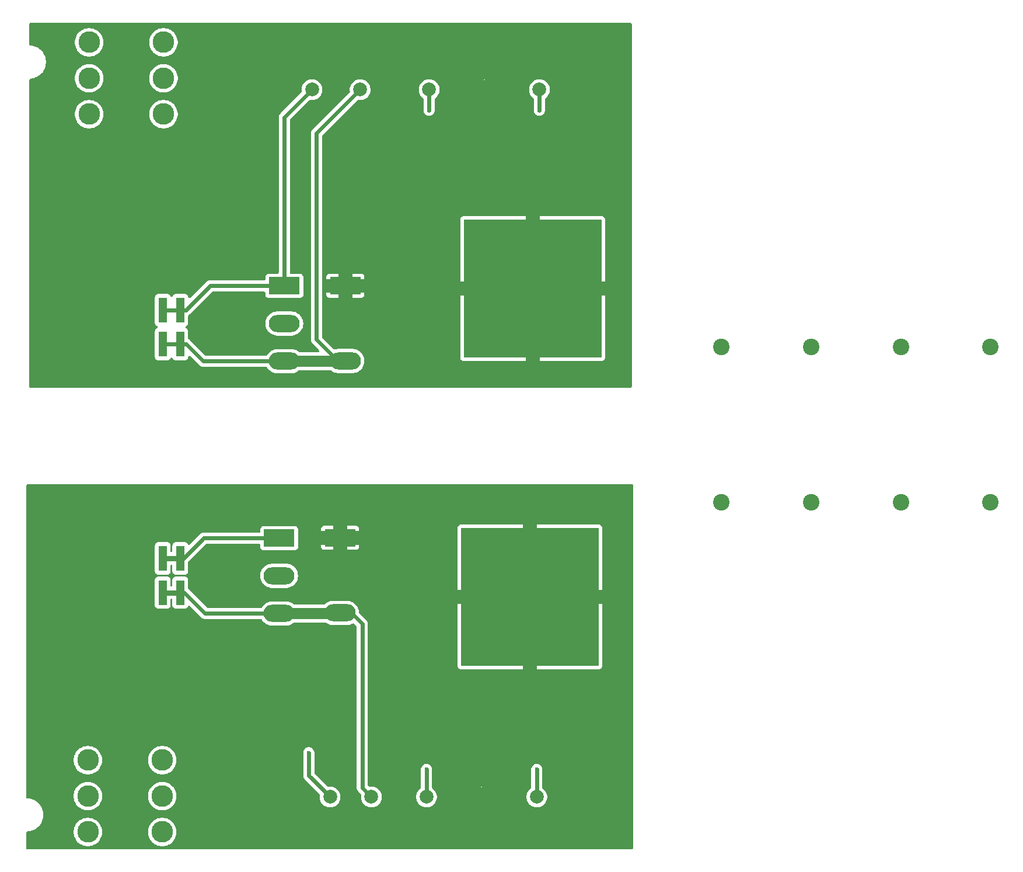
<source format=gbr>
%TF.GenerationSoftware,KiCad,Pcbnew,9.0.6*%
%TF.CreationDate,2025-12-19T02:54:43-05:00*%
%TF.ProjectId,CSI_Tester,4353495f-5465-4737-9465-722e6b696361,rev?*%
%TF.SameCoordinates,Original*%
%TF.FileFunction,Copper,L1,Top*%
%TF.FilePolarity,Positive*%
%FSLAX46Y46*%
G04 Gerber Fmt 4.6, Leading zero omitted, Abs format (unit mm)*
G04 Created by KiCad (PCBNEW 9.0.6) date 2025-12-19 02:54:43*
%MOMM*%
%LPD*%
G01*
G04 APERTURE LIST*
%TA.AperFunction,SMDPad,CuDef*%
%ADD10C,2.000000*%
%TD*%
%TA.AperFunction,SMDPad,CuDef*%
%ADD11R,1.270000X3.680000*%
%TD*%
%TA.AperFunction,ComponentPad*%
%ADD12C,2.400000*%
%TD*%
%TA.AperFunction,ComponentPad*%
%ADD13R,4.500000X2.500000*%
%TD*%
%TA.AperFunction,ComponentPad*%
%ADD14O,4.500000X2.500000*%
%TD*%
%TA.AperFunction,SMDPad,CuDef*%
%ADD15R,20.000000X20.000000*%
%TD*%
%TA.AperFunction,ComponentPad*%
%ADD16C,3.124200*%
%TD*%
%TA.AperFunction,ViaPad*%
%ADD17C,0.600000*%
%TD*%
%TA.AperFunction,Conductor*%
%ADD18C,0.600000*%
%TD*%
%TA.AperFunction,Conductor*%
%ADD19C,1.600000*%
%TD*%
%TA.AperFunction,Conductor*%
%ADD20C,0.800000*%
%TD*%
G04 APERTURE END LIST*
D10*
%TO.P,Vg_H1,1,1*%
%TO.N,/Tester_Board/Vg_H*%
X112370000Y-36475000D03*
%TD*%
%TO.P,Vs_H1,1,1*%
%TO.N,/Tester_Board/Vs_H*%
X119370000Y-36475000D03*
%TD*%
%TO.P,Vc+1,1,1*%
%TO.N,/Tester_Board/Vc+*%
X145370000Y-36475000D03*
%TD*%
%TO.P,Vdc+1,1,1*%
%TO.N,/Tester_Board/Vdc+*%
X129000000Y-139000000D03*
%TD*%
D11*
%TO.P,J1,01,01*%
%TO.N,/Tester_Board/Vg_L*%
X93270000Y-104425000D03*
%TO.P,J1,02,02*%
%TO.N,/Tester_Board/Vs_L*%
X93270000Y-109375000D03*
%TO.P,J1,03,03*%
%TO.N,/Tester_Board/Vg_L*%
X90730000Y-104425000D03*
%TO.P,J1,04,04*%
%TO.N,/Tester_Board/Vs_L*%
X90730000Y-109375000D03*
%TD*%
D12*
%TO.P,C4,1*%
%TO.N,/Tester_Board/Vc-*%
X210800000Y-96250000D03*
%TO.P,C4,2*%
%TO.N,/Tester_Board/Vc+*%
X210800000Y-73750000D03*
%TD*%
D13*
%TO.P,Q1,1,G*%
%TO.N,/Tester_Board/Vg_L*%
X107615000Y-101498400D03*
D14*
%TO.P,Q1,2,D*%
%TO.N,/Tester_Board/Vdc+*%
X107615000Y-106948400D03*
%TO.P,Q1,3,S*%
%TO.N,/Tester_Board/Vs_L*%
X107615000Y-112398400D03*
%TD*%
D12*
%TO.P,C2,1*%
%TO.N,/Tester_Board/Vc-*%
X184800000Y-96250000D03*
%TO.P,C2,2*%
%TO.N,/Tester_Board/Vc+*%
X184800000Y-73750000D03*
%TD*%
%TO.P,C1,1*%
%TO.N,/Tester_Board/Vc-*%
X171800000Y-96250000D03*
%TO.P,C1,2*%
%TO.N,/Tester_Board/Vc+*%
X171800000Y-73750000D03*
%TD*%
D13*
%TO.P,D1,1,K*%
%TO.N,/Tester_Board/Vcvr1*%
X116466200Y-101433200D03*
D14*
%TO.P,D1,2,A*%
%TO.N,/Tester_Board/Vs_L*%
X116466200Y-112333200D03*
%TD*%
D15*
%TO.P,R1,1*%
%TO.N,/Tester_Board/Vcvr1*%
X144000000Y-110000000D03*
%TD*%
D13*
%TO.P,D2,1,K*%
%TO.N,/Tester_Board/Vcvr2*%
X117228200Y-64908000D03*
D14*
%TO.P,D2,2,A*%
%TO.N,/Tester_Board/Vs_H*%
X117228200Y-75808000D03*
%TD*%
D10*
%TO.P,Vc-1,1,1*%
%TO.N,/Tester_Board/Vc-*%
X145000000Y-139000000D03*
%TD*%
D12*
%TO.P,C3,1*%
%TO.N,/Tester_Board/Vc-*%
X197800000Y-96250000D03*
%TO.P,C3,2*%
%TO.N,/Tester_Board/Vc+*%
X197800000Y-73750000D03*
%TD*%
D15*
%TO.P,R2,1*%
%TO.N,/Tester_Board/Vcvr2*%
X144400000Y-65300000D03*
%TD*%
D11*
%TO.P,J2,01,01*%
%TO.N,/Tester_Board/Vg_H*%
X93270000Y-68425000D03*
%TO.P,J2,02,02*%
%TO.N,/Tester_Board/Vs_H*%
X93270000Y-73375000D03*
%TO.P,J2,03,03*%
%TO.N,/Tester_Board/Vg_H*%
X90730000Y-68425000D03*
%TO.P,J2,04,04*%
%TO.N,/Tester_Board/Vs_H*%
X90730000Y-73375000D03*
%TD*%
D16*
%TO.P,J3,1*%
%TO.N,/Tester_Board/Vdc+*%
X80040600Y-29616850D03*
%TO.P,J3,2*%
X80040600Y-34823850D03*
%TO.P,J3,3*%
X80040600Y-40030850D03*
%TO.P,J3,4*%
X90835600Y-29616850D03*
%TO.P,J3,5*%
X90835600Y-34823850D03*
%TO.P,J3,6*%
X90835600Y-40030850D03*
%TD*%
D10*
%TO.P,Vs_L1,1,1*%
%TO.N,/Tester_Board/Vs_L*%
X121000000Y-139000000D03*
%TD*%
D13*
%TO.P,Q2,1,G*%
%TO.N,/Tester_Board/Vg_H*%
X108356400Y-64922400D03*
D14*
%TO.P,Q2,2,D*%
%TO.N,/Tester_Board/Vdc+*%
X108356400Y-70372400D03*
%TO.P,Q2,3,S*%
%TO.N,/Tester_Board/Vs_H*%
X108356400Y-75822400D03*
%TD*%
D10*
%TO.P,Vcvr1,1,1*%
%TO.N,/Tester_Board/Vcvr1*%
X137000000Y-139000000D03*
%TD*%
%TO.P,Vdc+2,1,1*%
%TO.N,/Tester_Board/Vdc+*%
X129370000Y-36475000D03*
%TD*%
%TO.P,Vcvr2,1,1*%
%TO.N,/Tester_Board/Vcvr2*%
X137370000Y-36475000D03*
%TD*%
%TO.P,Vg_L1,1,1*%
%TO.N,/Tester_Board/Vg_L*%
X115000000Y-139000000D03*
%TD*%
D16*
%TO.P,J4,1*%
%TO.N,/Tester_Board/Vc-*%
X90659400Y-144083150D03*
%TO.P,J4,2*%
X90659400Y-138876150D03*
%TO.P,J4,3*%
X90659400Y-133669150D03*
%TO.P,J4,4*%
X79864400Y-144083150D03*
%TO.P,J4,5*%
X79864400Y-138876150D03*
%TO.P,J4,6*%
X79864400Y-133669150D03*
%TD*%
D17*
%TO.N,/Tester_Board/Vg_L*%
X111912400Y-132588000D03*
%TO.N,/Tester_Board/Vc-*%
X145000000Y-135000000D03*
%TO.N,/Tester_Board/Vc+*%
X145370000Y-39475000D03*
%TO.N,/Tester_Board/Vdc+*%
X129370000Y-39475000D03*
X129000000Y-135000000D03*
%TD*%
D18*
%TO.N,/Tester_Board/Vg_L*%
X111912400Y-135912400D02*
X111912400Y-132588000D01*
X115000000Y-139000000D02*
X111912400Y-135912400D01*
%TO.N,/Tester_Board/Vs_L*%
X116466200Y-112333200D02*
X118073600Y-112333200D01*
X118073600Y-112333200D02*
X119684800Y-113944400D01*
X119684800Y-113944400D02*
X119684800Y-137684800D01*
X119684800Y-137684800D02*
X121000000Y-139000000D01*
X93270000Y-109375000D02*
X93830200Y-109375000D01*
X93830200Y-109375000D02*
X96853600Y-112398400D01*
X96853600Y-112398400D02*
X107615000Y-112398400D01*
%TO.N,/Tester_Board/Vg_L*%
X93270000Y-104425000D02*
X93745800Y-104425000D01*
X93745800Y-104425000D02*
X96672400Y-101498400D01*
X96672400Y-101498400D02*
X107615000Y-101498400D01*
%TO.N,/Tester_Board/Vs_H*%
X116143200Y-75808000D02*
X113030000Y-72694800D01*
X117228200Y-75808000D02*
X116143200Y-75808000D01*
X113030000Y-72694800D02*
X113030000Y-42815000D01*
X113030000Y-42815000D02*
X119370000Y-36475000D01*
D19*
%TO.N,/Tester_Board/Vs_L*%
X107615000Y-112398400D02*
X116401000Y-112398400D01*
X116401000Y-112398400D02*
X116466200Y-112333200D01*
%TO.N,/Tester_Board/Vs_H*%
X108356400Y-75822400D02*
X117213800Y-75822400D01*
X117213800Y-75822400D02*
X117228200Y-75808000D01*
D18*
%TO.N,/Tester_Board/Vg_H*%
X108356400Y-64922400D02*
X108356400Y-40488600D01*
X108356400Y-40488600D02*
X112370000Y-36475000D01*
%TO.N,/Tester_Board/Vs_H*%
X93270000Y-73375000D02*
X94152200Y-73375000D01*
X94152200Y-73375000D02*
X96599600Y-75822400D01*
X96599600Y-75822400D02*
X108356400Y-75822400D01*
%TO.N,/Tester_Board/Vg_H*%
X93270000Y-68425000D02*
X94084200Y-68425000D01*
X97586800Y-64922400D02*
X108356400Y-64922400D01*
X94084200Y-68425000D02*
X97586800Y-64922400D01*
%TO.N,/Tester_Board/Vc-*%
X145000000Y-139000000D02*
X145000000Y-135000000D01*
%TO.N,/Tester_Board/Vc+*%
X145370000Y-36475000D02*
X145370000Y-39475000D01*
D20*
%TO.N,/Tester_Board/Vg_L*%
X90730000Y-104425000D02*
X93270000Y-104425000D01*
D18*
%TO.N,/Tester_Board/Vg_H*%
X90730000Y-68425000D02*
X93270000Y-68425000D01*
D20*
%TO.N,/Tester_Board/Vs_L*%
X90730000Y-109375000D02*
X93270000Y-109375000D01*
D18*
%TO.N,/Tester_Board/Vs_H*%
X90730000Y-73375000D02*
X93270000Y-73375000D01*
%TO.N,/Tester_Board/Vdc+*%
X129370000Y-36475000D02*
X129370000Y-39475000D01*
X129000000Y-139000000D02*
X129000000Y-135000000D01*
%TD*%
%TA.AperFunction,Conductor*%
%TO.N,/Tester_Board/Vcvr1*%
G36*
X158893039Y-93695109D02*
G01*
X158938794Y-93747913D01*
X158950000Y-93799424D01*
X158950000Y-146451424D01*
X158930315Y-146518463D01*
X158877511Y-146564218D01*
X158826000Y-146575424D01*
X71074000Y-146575424D01*
X71006961Y-146555739D01*
X70961206Y-146502935D01*
X70950000Y-146451424D01*
X70950000Y-144124500D01*
X70969685Y-144057461D01*
X71022489Y-144011706D01*
X71074000Y-144000500D01*
X71134812Y-144000500D01*
X71134812Y-144000499D01*
X71402732Y-143970312D01*
X71500667Y-143947959D01*
X77801800Y-143947959D01*
X77801800Y-144218340D01*
X77837090Y-144486403D01*
X77907071Y-144747574D01*
X78010539Y-144997368D01*
X78010544Y-144997379D01*
X78091831Y-145138171D01*
X78145731Y-145231528D01*
X78145733Y-145231531D01*
X78145734Y-145231532D01*
X78310326Y-145446033D01*
X78310332Y-145446040D01*
X78501509Y-145637217D01*
X78501515Y-145637222D01*
X78716022Y-145801819D01*
X78866515Y-145888706D01*
X78950170Y-145937005D01*
X78950175Y-145937007D01*
X78950178Y-145937009D01*
X79199976Y-146040479D01*
X79461143Y-146110459D01*
X79662193Y-146136927D01*
X79729209Y-146145750D01*
X79729210Y-146145750D01*
X79999591Y-146145750D01*
X80053203Y-146138691D01*
X80267657Y-146110459D01*
X80528824Y-146040479D01*
X80778622Y-145937009D01*
X81012778Y-145801819D01*
X81227285Y-145637222D01*
X81418472Y-145446035D01*
X81583069Y-145231528D01*
X81718259Y-144997372D01*
X81821729Y-144747574D01*
X81891709Y-144486407D01*
X81927000Y-144218340D01*
X81927000Y-143947960D01*
X81927000Y-143947959D01*
X88596800Y-143947959D01*
X88596800Y-144218340D01*
X88632090Y-144486403D01*
X88702071Y-144747574D01*
X88805539Y-144997368D01*
X88805544Y-144997379D01*
X88886831Y-145138171D01*
X88940731Y-145231528D01*
X88940733Y-145231531D01*
X88940734Y-145231532D01*
X89105326Y-145446033D01*
X89105332Y-145446040D01*
X89296509Y-145637217D01*
X89296515Y-145637222D01*
X89511022Y-145801819D01*
X89661515Y-145888706D01*
X89745170Y-145937005D01*
X89745175Y-145937007D01*
X89745178Y-145937009D01*
X89994976Y-146040479D01*
X90256143Y-146110459D01*
X90457193Y-146136927D01*
X90524209Y-146145750D01*
X90524210Y-146145750D01*
X90794591Y-146145750D01*
X90848203Y-146138691D01*
X91062657Y-146110459D01*
X91323824Y-146040479D01*
X91573622Y-145937009D01*
X91807778Y-145801819D01*
X92022285Y-145637222D01*
X92213472Y-145446035D01*
X92378069Y-145231528D01*
X92513259Y-144997372D01*
X92616729Y-144747574D01*
X92686709Y-144486407D01*
X92722000Y-144218340D01*
X92722000Y-143947960D01*
X92686709Y-143679893D01*
X92616729Y-143418726D01*
X92513259Y-143168928D01*
X92513257Y-143168925D01*
X92513255Y-143168920D01*
X92464956Y-143085265D01*
X92378069Y-142934772D01*
X92310171Y-142846285D01*
X92213473Y-142720266D01*
X92213467Y-142720259D01*
X92022290Y-142529082D01*
X92022283Y-142529076D01*
X91807782Y-142364484D01*
X91807781Y-142364483D01*
X91807778Y-142364481D01*
X91714421Y-142310581D01*
X91573629Y-142229294D01*
X91573618Y-142229289D01*
X91323824Y-142125821D01*
X91062653Y-142055840D01*
X90794591Y-142020550D01*
X90794590Y-142020550D01*
X90524210Y-142020550D01*
X90524209Y-142020550D01*
X90256146Y-142055840D01*
X89994975Y-142125821D01*
X89745181Y-142229289D01*
X89745170Y-142229294D01*
X89511017Y-142364484D01*
X89296516Y-142529076D01*
X89296509Y-142529082D01*
X89105332Y-142720259D01*
X89105326Y-142720266D01*
X88940734Y-142934767D01*
X88805544Y-143168920D01*
X88805539Y-143168931D01*
X88702071Y-143418725D01*
X88632090Y-143679896D01*
X88596800Y-143947959D01*
X81927000Y-143947959D01*
X81891709Y-143679893D01*
X81821729Y-143418726D01*
X81718259Y-143168928D01*
X81718257Y-143168925D01*
X81718255Y-143168920D01*
X81669956Y-143085265D01*
X81583069Y-142934772D01*
X81515171Y-142846285D01*
X81418473Y-142720266D01*
X81418467Y-142720259D01*
X81227290Y-142529082D01*
X81227283Y-142529076D01*
X81012782Y-142364484D01*
X81012781Y-142364483D01*
X81012778Y-142364481D01*
X80919421Y-142310581D01*
X80778629Y-142229294D01*
X80778618Y-142229289D01*
X80528824Y-142125821D01*
X80267653Y-142055840D01*
X79999591Y-142020550D01*
X79999590Y-142020550D01*
X79729210Y-142020550D01*
X79729209Y-142020550D01*
X79461146Y-142055840D01*
X79199975Y-142125821D01*
X78950181Y-142229289D01*
X78950170Y-142229294D01*
X78716017Y-142364484D01*
X78501516Y-142529076D01*
X78501509Y-142529082D01*
X78310332Y-142720259D01*
X78310326Y-142720266D01*
X78145734Y-142934767D01*
X78010544Y-143168920D01*
X78010539Y-143168931D01*
X77907071Y-143418725D01*
X77837090Y-143679896D01*
X77801800Y-143947959D01*
X71500667Y-143947959D01*
X71665591Y-143910316D01*
X71920079Y-143821267D01*
X72162997Y-143704284D01*
X72391289Y-143560838D01*
X72602085Y-143392734D01*
X72792734Y-143202085D01*
X72960838Y-142991289D01*
X73104284Y-142762997D01*
X73221267Y-142520079D01*
X73310316Y-142265591D01*
X73370312Y-142002732D01*
X73400500Y-141734809D01*
X73400500Y-141465191D01*
X73370312Y-141197268D01*
X73310316Y-140934409D01*
X73221267Y-140679921D01*
X73104284Y-140437003D01*
X72960838Y-140208711D01*
X72792734Y-139997915D01*
X72602085Y-139807266D01*
X72580909Y-139790379D01*
X72548549Y-139764573D01*
X72391289Y-139639162D01*
X72162997Y-139495716D01*
X72162994Y-139495714D01*
X71920082Y-139378734D01*
X71665602Y-139289687D01*
X71665594Y-139289684D01*
X71468446Y-139244687D01*
X71402732Y-139229688D01*
X71402728Y-139229687D01*
X71402719Y-139229686D01*
X71134813Y-139199500D01*
X71134809Y-139199500D01*
X71074000Y-139199500D01*
X71006961Y-139179815D01*
X70961206Y-139127011D01*
X70950000Y-139075500D01*
X70950000Y-138740959D01*
X77801800Y-138740959D01*
X77801800Y-139011340D01*
X77837090Y-139279403D01*
X77907071Y-139540574D01*
X78010539Y-139790368D01*
X78010544Y-139790379D01*
X78091831Y-139931171D01*
X78145731Y-140024528D01*
X78145733Y-140024531D01*
X78145734Y-140024532D01*
X78310326Y-140239033D01*
X78310332Y-140239040D01*
X78501509Y-140430217D01*
X78501516Y-140430223D01*
X78544953Y-140463553D01*
X78716022Y-140594819D01*
X78863416Y-140679917D01*
X78950170Y-140730005D01*
X78950175Y-140730007D01*
X78950178Y-140730009D01*
X79199976Y-140833479D01*
X79461143Y-140903459D01*
X79662193Y-140929927D01*
X79729209Y-140938750D01*
X79729210Y-140938750D01*
X79999591Y-140938750D01*
X80053203Y-140931691D01*
X80267657Y-140903459D01*
X80528824Y-140833479D01*
X80778622Y-140730009D01*
X81012778Y-140594819D01*
X81227285Y-140430222D01*
X81418472Y-140239035D01*
X81583069Y-140024528D01*
X81718259Y-139790372D01*
X81821729Y-139540574D01*
X81891709Y-139279407D01*
X81927000Y-139011340D01*
X81927000Y-138740960D01*
X81927000Y-138740959D01*
X88596800Y-138740959D01*
X88596800Y-139011340D01*
X88632090Y-139279403D01*
X88702071Y-139540574D01*
X88805539Y-139790368D01*
X88805544Y-139790379D01*
X88886831Y-139931171D01*
X88940731Y-140024528D01*
X88940733Y-140024531D01*
X88940734Y-140024532D01*
X89105326Y-140239033D01*
X89105332Y-140239040D01*
X89296509Y-140430217D01*
X89296516Y-140430223D01*
X89339953Y-140463553D01*
X89511022Y-140594819D01*
X89658416Y-140679917D01*
X89745170Y-140730005D01*
X89745175Y-140730007D01*
X89745178Y-140730009D01*
X89994976Y-140833479D01*
X90256143Y-140903459D01*
X90457193Y-140929927D01*
X90524209Y-140938750D01*
X90524210Y-140938750D01*
X90794591Y-140938750D01*
X90848203Y-140931691D01*
X91062657Y-140903459D01*
X91323824Y-140833479D01*
X91573622Y-140730009D01*
X91807778Y-140594819D01*
X92022285Y-140430222D01*
X92213472Y-140239035D01*
X92378069Y-140024528D01*
X92513259Y-139790372D01*
X92616729Y-139540574D01*
X92686709Y-139279407D01*
X92722000Y-139011340D01*
X92722000Y-138740960D01*
X92686709Y-138472893D01*
X92616729Y-138211726D01*
X92513259Y-137961928D01*
X92513257Y-137961925D01*
X92513255Y-137961920D01*
X92451800Y-137855478D01*
X92378069Y-137727772D01*
X92231260Y-137536447D01*
X92213473Y-137513266D01*
X92213467Y-137513259D01*
X92022290Y-137322082D01*
X92022283Y-137322076D01*
X91807782Y-137157484D01*
X91807781Y-137157483D01*
X91807778Y-137157481D01*
X91714421Y-137103581D01*
X91573629Y-137022294D01*
X91573618Y-137022289D01*
X91323824Y-136918821D01*
X91062653Y-136848840D01*
X90794591Y-136813550D01*
X90794590Y-136813550D01*
X90524210Y-136813550D01*
X90524209Y-136813550D01*
X90256146Y-136848840D01*
X89994975Y-136918821D01*
X89745181Y-137022289D01*
X89745170Y-137022294D01*
X89511017Y-137157484D01*
X89296516Y-137322076D01*
X89296509Y-137322082D01*
X89105332Y-137513259D01*
X89105326Y-137513266D01*
X88940734Y-137727767D01*
X88805544Y-137961920D01*
X88805539Y-137961931D01*
X88702071Y-138211725D01*
X88632090Y-138472896D01*
X88596800Y-138740959D01*
X81927000Y-138740959D01*
X81891709Y-138472893D01*
X81821729Y-138211726D01*
X81718259Y-137961928D01*
X81718257Y-137961925D01*
X81718255Y-137961920D01*
X81656800Y-137855478D01*
X81583069Y-137727772D01*
X81436260Y-137536447D01*
X81418473Y-137513266D01*
X81418467Y-137513259D01*
X81227290Y-137322082D01*
X81227283Y-137322076D01*
X81012782Y-137157484D01*
X81012781Y-137157483D01*
X81012778Y-137157481D01*
X80919421Y-137103581D01*
X80778629Y-137022294D01*
X80778618Y-137022289D01*
X80528824Y-136918821D01*
X80267653Y-136848840D01*
X79999591Y-136813550D01*
X79999590Y-136813550D01*
X79729210Y-136813550D01*
X79729209Y-136813550D01*
X79461146Y-136848840D01*
X79199975Y-136918821D01*
X78950181Y-137022289D01*
X78950170Y-137022294D01*
X78716017Y-137157484D01*
X78501516Y-137322076D01*
X78501509Y-137322082D01*
X78310332Y-137513259D01*
X78310326Y-137513266D01*
X78145734Y-137727767D01*
X78010544Y-137961920D01*
X78010539Y-137961931D01*
X77907071Y-138211725D01*
X77837090Y-138472896D01*
X77801800Y-138740959D01*
X70950000Y-138740959D01*
X70950000Y-133533959D01*
X77801800Y-133533959D01*
X77801800Y-133804340D01*
X77837090Y-134072403D01*
X77907071Y-134333574D01*
X78010539Y-134583368D01*
X78010544Y-134583379D01*
X78091831Y-134724171D01*
X78145731Y-134817528D01*
X78145733Y-134817531D01*
X78145734Y-134817532D01*
X78310326Y-135032033D01*
X78310332Y-135032040D01*
X78501509Y-135223217D01*
X78501515Y-135223222D01*
X78716022Y-135387819D01*
X78866515Y-135474706D01*
X78950170Y-135523005D01*
X78950175Y-135523007D01*
X78950178Y-135523009D01*
X79199976Y-135626479D01*
X79461143Y-135696459D01*
X79662193Y-135722927D01*
X79729209Y-135731750D01*
X79729210Y-135731750D01*
X79999591Y-135731750D01*
X80053203Y-135724691D01*
X80267657Y-135696459D01*
X80528824Y-135626479D01*
X80778622Y-135523009D01*
X81012778Y-135387819D01*
X81227285Y-135223222D01*
X81418472Y-135032035D01*
X81583069Y-134817528D01*
X81718259Y-134583372D01*
X81821729Y-134333574D01*
X81891709Y-134072407D01*
X81927000Y-133804340D01*
X81927000Y-133533960D01*
X81927000Y-133533959D01*
X88596800Y-133533959D01*
X88596800Y-133804340D01*
X88632090Y-134072403D01*
X88702071Y-134333574D01*
X88805539Y-134583368D01*
X88805544Y-134583379D01*
X88886831Y-134724171D01*
X88940731Y-134817528D01*
X88940733Y-134817531D01*
X88940734Y-134817532D01*
X89105326Y-135032033D01*
X89105332Y-135032040D01*
X89296509Y-135223217D01*
X89296515Y-135223222D01*
X89511022Y-135387819D01*
X89661515Y-135474706D01*
X89745170Y-135523005D01*
X89745175Y-135523007D01*
X89745178Y-135523009D01*
X89994976Y-135626479D01*
X90256143Y-135696459D01*
X90457193Y-135722927D01*
X90524209Y-135731750D01*
X90524210Y-135731750D01*
X90794591Y-135731750D01*
X90848203Y-135724691D01*
X91062657Y-135696459D01*
X91323824Y-135626479D01*
X91573622Y-135523009D01*
X91807778Y-135387819D01*
X92022285Y-135223222D01*
X92213472Y-135032035D01*
X92378069Y-134817528D01*
X92513259Y-134583372D01*
X92616729Y-134333574D01*
X92686709Y-134072407D01*
X92722000Y-133804340D01*
X92722000Y-133533960D01*
X92686709Y-133265893D01*
X92616729Y-133004726D01*
X92513259Y-132754928D01*
X92513257Y-132754925D01*
X92513255Y-132754920D01*
X92403643Y-132565068D01*
X92378069Y-132520772D01*
X92369155Y-132509155D01*
X92369153Y-132509153D01*
X111111900Y-132509153D01*
X111111900Y-135991246D01*
X111142661Y-136145889D01*
X111142664Y-136145901D01*
X111203002Y-136291572D01*
X111203009Y-136291585D01*
X111290610Y-136422688D01*
X111290613Y-136422692D01*
X113489051Y-138621129D01*
X113522536Y-138682452D01*
X113523843Y-138728208D01*
X113499500Y-138881902D01*
X113499500Y-139118097D01*
X113536446Y-139351368D01*
X113609433Y-139575996D01*
X113716657Y-139786433D01*
X113855483Y-139977510D01*
X114022490Y-140144517D01*
X114213567Y-140283343D01*
X114312991Y-140334002D01*
X114424003Y-140390566D01*
X114424005Y-140390566D01*
X114424008Y-140390568D01*
X114496783Y-140414214D01*
X114648631Y-140463553D01*
X114881903Y-140500500D01*
X114881908Y-140500500D01*
X115118097Y-140500500D01*
X115351368Y-140463553D01*
X115575992Y-140390568D01*
X115786433Y-140283343D01*
X115977510Y-140144517D01*
X116144517Y-139977510D01*
X116283343Y-139786433D01*
X116390568Y-139575992D01*
X116463553Y-139351368D01*
X116473323Y-139289684D01*
X116500500Y-139118097D01*
X116500500Y-138881902D01*
X116463553Y-138648631D01*
X116390566Y-138424003D01*
X116283342Y-138213566D01*
X116282005Y-138211726D01*
X116144517Y-138022490D01*
X115977510Y-137855483D01*
X115786433Y-137716657D01*
X115751053Y-137698630D01*
X115575996Y-137609433D01*
X115351368Y-137536446D01*
X115118097Y-137499500D01*
X115118092Y-137499500D01*
X114881908Y-137499500D01*
X114881903Y-137499500D01*
X114728208Y-137523843D01*
X114658915Y-137514888D01*
X114621129Y-137489051D01*
X112749219Y-135617141D01*
X112715734Y-135555818D01*
X112712900Y-135529460D01*
X112712900Y-132509155D01*
X112712899Y-132509153D01*
X112682138Y-132354510D01*
X112682137Y-132354503D01*
X112662157Y-132306266D01*
X112621797Y-132208827D01*
X112621790Y-132208814D01*
X112534189Y-132077711D01*
X112534186Y-132077707D01*
X112422692Y-131966213D01*
X112422688Y-131966210D01*
X112291585Y-131878609D01*
X112291572Y-131878602D01*
X112145901Y-131818264D01*
X112145889Y-131818261D01*
X111991245Y-131787500D01*
X111991242Y-131787500D01*
X111833558Y-131787500D01*
X111833555Y-131787500D01*
X111678910Y-131818261D01*
X111678898Y-131818264D01*
X111533227Y-131878602D01*
X111533214Y-131878609D01*
X111402111Y-131966210D01*
X111402107Y-131966213D01*
X111290613Y-132077707D01*
X111290610Y-132077711D01*
X111203009Y-132208814D01*
X111203002Y-132208827D01*
X111142664Y-132354498D01*
X111142661Y-132354510D01*
X111111900Y-132509153D01*
X92369153Y-132509153D01*
X92213473Y-132306266D01*
X92213467Y-132306259D01*
X92022290Y-132115082D01*
X92022283Y-132115076D01*
X91807782Y-131950484D01*
X91807781Y-131950483D01*
X91807778Y-131950481D01*
X91683280Y-131878602D01*
X91573629Y-131815294D01*
X91573618Y-131815289D01*
X91323824Y-131711821D01*
X91062653Y-131641840D01*
X90794591Y-131606550D01*
X90794590Y-131606550D01*
X90524210Y-131606550D01*
X90524209Y-131606550D01*
X90256146Y-131641840D01*
X89994975Y-131711821D01*
X89745181Y-131815289D01*
X89745170Y-131815294D01*
X89511017Y-131950484D01*
X89296516Y-132115076D01*
X89296509Y-132115082D01*
X89105332Y-132306259D01*
X89105326Y-132306266D01*
X88940734Y-132520767D01*
X88805544Y-132754920D01*
X88805539Y-132754931D01*
X88702071Y-133004725D01*
X88632090Y-133265896D01*
X88596800Y-133533959D01*
X81927000Y-133533959D01*
X81891709Y-133265893D01*
X81821729Y-133004726D01*
X81718259Y-132754928D01*
X81718257Y-132754925D01*
X81718255Y-132754920D01*
X81608643Y-132565068D01*
X81583069Y-132520772D01*
X81455486Y-132354503D01*
X81418473Y-132306266D01*
X81418467Y-132306259D01*
X81227290Y-132115082D01*
X81227283Y-132115076D01*
X81012782Y-131950484D01*
X81012781Y-131950483D01*
X81012778Y-131950481D01*
X80888280Y-131878602D01*
X80778629Y-131815294D01*
X80778618Y-131815289D01*
X80528824Y-131711821D01*
X80267653Y-131641840D01*
X79999591Y-131606550D01*
X79999590Y-131606550D01*
X79729210Y-131606550D01*
X79729209Y-131606550D01*
X79461146Y-131641840D01*
X79199975Y-131711821D01*
X78950181Y-131815289D01*
X78950170Y-131815294D01*
X78716017Y-131950484D01*
X78501516Y-132115076D01*
X78501509Y-132115082D01*
X78310332Y-132306259D01*
X78310326Y-132306266D01*
X78145734Y-132520767D01*
X78010544Y-132754920D01*
X78010539Y-132754931D01*
X77907071Y-133004725D01*
X77837090Y-133265896D01*
X77801800Y-133533959D01*
X70950000Y-133533959D01*
X70950000Y-107487135D01*
X89594500Y-107487135D01*
X89594500Y-111262870D01*
X89594501Y-111262876D01*
X89600908Y-111322483D01*
X89651202Y-111457328D01*
X89651206Y-111457335D01*
X89737452Y-111572544D01*
X89737455Y-111572547D01*
X89852664Y-111658793D01*
X89852671Y-111658797D01*
X89987517Y-111709091D01*
X89987516Y-111709091D01*
X89994444Y-111709835D01*
X90047127Y-111715500D01*
X91412872Y-111715499D01*
X91472483Y-111709091D01*
X91607331Y-111658796D01*
X91722546Y-111572546D01*
X91808796Y-111457331D01*
X91859091Y-111322483D01*
X91865500Y-111262873D01*
X91865500Y-110399500D01*
X91868050Y-110390814D01*
X91866762Y-110381853D01*
X91877740Y-110357812D01*
X91885185Y-110332461D01*
X91892025Y-110326533D01*
X91895787Y-110318297D01*
X91918021Y-110304007D01*
X91937989Y-110286706D01*
X91948503Y-110284418D01*
X91954565Y-110280523D01*
X91989500Y-110275500D01*
X92010501Y-110275500D01*
X92077540Y-110295185D01*
X92123295Y-110347989D01*
X92134501Y-110399500D01*
X92134501Y-111262876D01*
X92140908Y-111322483D01*
X92191202Y-111457328D01*
X92191206Y-111457335D01*
X92277452Y-111572544D01*
X92277455Y-111572547D01*
X92392664Y-111658793D01*
X92392671Y-111658797D01*
X92527517Y-111709091D01*
X92527516Y-111709091D01*
X92534444Y-111709835D01*
X92587127Y-111715500D01*
X93952872Y-111715499D01*
X94012483Y-111709091D01*
X94147331Y-111658796D01*
X94262546Y-111572546D01*
X94348796Y-111457331D01*
X94398630Y-111323718D01*
X94440501Y-111267785D01*
X94505965Y-111243368D01*
X94574238Y-111258219D01*
X94602493Y-111279371D01*
X96227470Y-112904347D01*
X96227491Y-112904370D01*
X96343307Y-113020186D01*
X96343311Y-113020189D01*
X96474414Y-113107790D01*
X96474427Y-113107797D01*
X96620098Y-113168135D01*
X96620103Y-113168137D01*
X96620107Y-113168137D01*
X96620108Y-113168138D01*
X96774754Y-113198900D01*
X96774757Y-113198900D01*
X96774758Y-113198900D01*
X104984274Y-113198900D01*
X105051313Y-113218585D01*
X105091661Y-113260900D01*
X105156388Y-113373012D01*
X105296081Y-113555061D01*
X105296089Y-113555070D01*
X105458330Y-113717311D01*
X105458338Y-113717318D01*
X105640382Y-113857007D01*
X105640385Y-113857008D01*
X105640388Y-113857011D01*
X105839112Y-113971744D01*
X105839117Y-113971746D01*
X105839123Y-113971749D01*
X105930480Y-114009590D01*
X106051113Y-114059558D01*
X106272762Y-114118948D01*
X106500266Y-114148900D01*
X106500273Y-114148900D01*
X108729727Y-114148900D01*
X108729734Y-114148900D01*
X108957238Y-114118948D01*
X109178887Y-114059558D01*
X109390888Y-113971744D01*
X109589612Y-113857011D01*
X109762270Y-113724524D01*
X109827439Y-113699330D01*
X109837757Y-113698900D01*
X114328412Y-113698900D01*
X114395451Y-113718585D01*
X114403893Y-113724520D01*
X114491588Y-113791811D01*
X114690312Y-113906544D01*
X114690317Y-113906546D01*
X114690323Y-113906549D01*
X114781680Y-113944390D01*
X114902313Y-113994358D01*
X115123962Y-114053748D01*
X115351466Y-114083700D01*
X115351473Y-114083700D01*
X117580927Y-114083700D01*
X117580934Y-114083700D01*
X117808438Y-114053748D01*
X118030087Y-113994358D01*
X118196738Y-113925328D01*
X118242079Y-113906548D01*
X118242082Y-113906546D01*
X118242088Y-113906544D01*
X118242094Y-113906540D01*
X118242099Y-113906538D01*
X118332620Y-113854275D01*
X118400520Y-113837801D01*
X118466547Y-113860653D01*
X118482302Y-113873980D01*
X118847981Y-114239659D01*
X118881466Y-114300982D01*
X118884300Y-114327340D01*
X118884300Y-137763646D01*
X118915061Y-137918289D01*
X118915064Y-137918301D01*
X118975402Y-138063972D01*
X118975409Y-138063985D01*
X119063010Y-138195088D01*
X119063013Y-138195092D01*
X119489051Y-138621129D01*
X119522536Y-138682452D01*
X119523843Y-138728208D01*
X119499500Y-138881902D01*
X119499500Y-139118097D01*
X119536446Y-139351368D01*
X119609433Y-139575996D01*
X119716657Y-139786433D01*
X119855483Y-139977510D01*
X120022490Y-140144517D01*
X120213567Y-140283343D01*
X120312991Y-140334002D01*
X120424003Y-140390566D01*
X120424005Y-140390566D01*
X120424008Y-140390568D01*
X120496783Y-140414214D01*
X120648631Y-140463553D01*
X120881903Y-140500500D01*
X120881908Y-140500500D01*
X121118097Y-140500500D01*
X121351368Y-140463553D01*
X121575992Y-140390568D01*
X121786433Y-140283343D01*
X121977510Y-140144517D01*
X122144517Y-139977510D01*
X122283343Y-139786433D01*
X122390568Y-139575992D01*
X122463553Y-139351368D01*
X122473323Y-139289684D01*
X122500500Y-139118097D01*
X122500500Y-138881902D01*
X127499500Y-138881902D01*
X127499500Y-139118097D01*
X127536446Y-139351368D01*
X127609433Y-139575996D01*
X127716657Y-139786433D01*
X127855483Y-139977510D01*
X128022490Y-140144517D01*
X128213567Y-140283343D01*
X128312991Y-140334002D01*
X128424003Y-140390566D01*
X128424005Y-140390566D01*
X128424008Y-140390568D01*
X128496783Y-140414214D01*
X128648631Y-140463553D01*
X128881903Y-140500500D01*
X128881908Y-140500500D01*
X129118097Y-140500500D01*
X129121260Y-140499999D01*
X136914213Y-140499999D01*
X136914214Y-140500000D01*
X137085786Y-140500000D01*
X137085786Y-140499999D01*
X137000000Y-140414214D01*
X136914213Y-140499999D01*
X129121260Y-140499999D01*
X129351368Y-140463553D01*
X129575992Y-140390568D01*
X129786433Y-140283343D01*
X129977510Y-140144517D01*
X130144517Y-139977510D01*
X130283343Y-139786433D01*
X130390568Y-139575992D01*
X130463553Y-139351368D01*
X130473323Y-139289684D01*
X130500500Y-139118097D01*
X130500500Y-139085786D01*
X135500000Y-139085786D01*
X135585786Y-139000000D01*
X135585786Y-138999999D01*
X138414214Y-138999999D01*
X138414214Y-139000000D01*
X138499999Y-139085786D01*
X138500000Y-139085785D01*
X138500000Y-138914214D01*
X138499999Y-138914213D01*
X138414214Y-138999999D01*
X135585786Y-138999999D01*
X135500000Y-138914213D01*
X135500000Y-139085786D01*
X130500500Y-139085786D01*
X130500500Y-138881902D01*
X143499500Y-138881902D01*
X143499500Y-139118097D01*
X143536446Y-139351368D01*
X143609433Y-139575996D01*
X143716657Y-139786433D01*
X143855483Y-139977510D01*
X144022490Y-140144517D01*
X144213567Y-140283343D01*
X144312991Y-140334002D01*
X144424003Y-140390566D01*
X144424005Y-140390566D01*
X144424008Y-140390568D01*
X144496783Y-140414214D01*
X144648631Y-140463553D01*
X144881903Y-140500500D01*
X144881908Y-140500500D01*
X145118097Y-140500500D01*
X145351368Y-140463553D01*
X145575992Y-140390568D01*
X145786433Y-140283343D01*
X145977510Y-140144517D01*
X146144517Y-139977510D01*
X146283343Y-139786433D01*
X146390568Y-139575992D01*
X146463553Y-139351368D01*
X146473323Y-139289684D01*
X146500500Y-139118097D01*
X146500500Y-138881902D01*
X146463553Y-138648631D01*
X146390566Y-138424003D01*
X146283342Y-138213566D01*
X146282005Y-138211726D01*
X146144517Y-138022490D01*
X145977510Y-137855483D01*
X145971449Y-137851079D01*
X145851614Y-137764012D01*
X145808948Y-137708682D01*
X145800500Y-137663695D01*
X145800500Y-134921155D01*
X145800499Y-134921153D01*
X145779887Y-134817532D01*
X145769737Y-134766503D01*
X145769735Y-134766498D01*
X145709397Y-134620827D01*
X145709390Y-134620814D01*
X145621789Y-134489711D01*
X145621786Y-134489707D01*
X145510292Y-134378213D01*
X145510288Y-134378210D01*
X145379185Y-134290609D01*
X145379172Y-134290602D01*
X145233501Y-134230264D01*
X145233489Y-134230261D01*
X145078845Y-134199500D01*
X145078842Y-134199500D01*
X144921158Y-134199500D01*
X144921155Y-134199500D01*
X144766510Y-134230261D01*
X144766498Y-134230264D01*
X144620827Y-134290602D01*
X144620814Y-134290609D01*
X144489711Y-134378210D01*
X144489707Y-134378213D01*
X144378213Y-134489707D01*
X144378210Y-134489711D01*
X144290609Y-134620814D01*
X144290602Y-134620827D01*
X144230264Y-134766498D01*
X144230261Y-134766510D01*
X144199500Y-134921153D01*
X144199500Y-137663695D01*
X144179815Y-137730734D01*
X144148386Y-137764012D01*
X144022496Y-137855478D01*
X144022487Y-137855485D01*
X143855485Y-138022487D01*
X143855485Y-138022488D01*
X143855483Y-138022490D01*
X143825335Y-138063985D01*
X143716657Y-138213566D01*
X143609433Y-138424003D01*
X143536446Y-138648631D01*
X143499500Y-138881902D01*
X130500500Y-138881902D01*
X130495567Y-138850758D01*
X130463553Y-138648631D01*
X130390566Y-138424003D01*
X130283342Y-138213566D01*
X130282005Y-138211726D01*
X130144517Y-138022490D01*
X129977510Y-137855483D01*
X129971449Y-137851079D01*
X129851614Y-137764012D01*
X129848274Y-137759681D01*
X129843297Y-137757408D01*
X129827165Y-137732307D01*
X129808948Y-137708682D01*
X129807695Y-137702009D01*
X129805523Y-137698630D01*
X129800500Y-137663695D01*
X129800500Y-137500000D01*
X136914213Y-137500000D01*
X137000000Y-137585786D01*
X137085786Y-137500000D01*
X136914213Y-137500000D01*
X129800500Y-137500000D01*
X129800500Y-134921155D01*
X129800499Y-134921153D01*
X129779887Y-134817532D01*
X129769737Y-134766503D01*
X129769735Y-134766498D01*
X129709397Y-134620827D01*
X129709390Y-134620814D01*
X129621789Y-134489711D01*
X129621786Y-134489707D01*
X129510292Y-134378213D01*
X129510288Y-134378210D01*
X129379185Y-134290609D01*
X129379172Y-134290602D01*
X129233501Y-134230264D01*
X129233489Y-134230261D01*
X129078845Y-134199500D01*
X129078842Y-134199500D01*
X128921158Y-134199500D01*
X128921155Y-134199500D01*
X128766510Y-134230261D01*
X128766498Y-134230264D01*
X128620827Y-134290602D01*
X128620814Y-134290609D01*
X128489711Y-134378210D01*
X128489707Y-134378213D01*
X128378213Y-134489707D01*
X128378210Y-134489711D01*
X128290609Y-134620814D01*
X128290602Y-134620827D01*
X128230264Y-134766498D01*
X128230261Y-134766510D01*
X128199500Y-134921153D01*
X128199500Y-137663695D01*
X128179815Y-137730734D01*
X128148386Y-137764012D01*
X128022496Y-137855478D01*
X128022487Y-137855485D01*
X127855485Y-138022487D01*
X127855485Y-138022488D01*
X127855483Y-138022490D01*
X127825335Y-138063985D01*
X127716657Y-138213566D01*
X127609433Y-138424003D01*
X127536446Y-138648631D01*
X127499500Y-138881902D01*
X122500500Y-138881902D01*
X122463553Y-138648631D01*
X122390566Y-138424003D01*
X122283342Y-138213566D01*
X122282005Y-138211726D01*
X122144517Y-138022490D01*
X121977510Y-137855483D01*
X121786433Y-137716657D01*
X121751053Y-137698630D01*
X121575996Y-137609433D01*
X121351368Y-137536446D01*
X121118097Y-137499500D01*
X121118092Y-137499500D01*
X120881908Y-137499500D01*
X120881903Y-137499500D01*
X120728208Y-137523843D01*
X120722782Y-137523141D01*
X120717656Y-137525054D01*
X120688499Y-137518711D01*
X120658915Y-137514888D01*
X120653311Y-137511056D01*
X120649383Y-137510202D01*
X120621129Y-137489051D01*
X120521619Y-137389541D01*
X120488134Y-137328218D01*
X120485300Y-137301860D01*
X120485300Y-113865555D01*
X120485299Y-113865553D01*
X120470631Y-113791811D01*
X120454537Y-113710903D01*
X120449565Y-113698900D01*
X120394197Y-113565227D01*
X120394190Y-113565214D01*
X120306590Y-113434112D01*
X120306589Y-113434111D01*
X120195089Y-113322611D01*
X119253019Y-112380541D01*
X119219534Y-112319218D01*
X119216700Y-112292860D01*
X119216700Y-112218472D01*
X119216699Y-112218458D01*
X119215257Y-112207512D01*
X119186748Y-111990962D01*
X119127358Y-111769313D01*
X119056356Y-111597900D01*
X119039549Y-111557323D01*
X119039546Y-111557317D01*
X119039544Y-111557312D01*
X118924811Y-111358588D01*
X118924808Y-111358585D01*
X118924807Y-111358582D01*
X118785118Y-111176538D01*
X118785111Y-111176530D01*
X118622870Y-111014289D01*
X118622861Y-111014281D01*
X118440817Y-110874592D01*
X118242090Y-110759857D01*
X118242076Y-110759850D01*
X118030087Y-110672042D01*
X117808438Y-110612652D01*
X117770415Y-110607646D01*
X117580941Y-110582700D01*
X117580934Y-110582700D01*
X115351466Y-110582700D01*
X115351458Y-110582700D01*
X115134915Y-110611209D01*
X115123962Y-110612652D01*
X115030276Y-110637754D01*
X114902312Y-110672042D01*
X114690323Y-110759850D01*
X114690309Y-110759857D01*
X114491582Y-110874592D01*
X114309538Y-111014281D01*
X114309530Y-111014288D01*
X114262240Y-111061580D01*
X114200917Y-111095066D01*
X114174558Y-111097900D01*
X109837757Y-111097900D01*
X109770718Y-111078215D01*
X109762270Y-111072275D01*
X109589617Y-110939792D01*
X109390890Y-110825057D01*
X109390876Y-110825050D01*
X109178887Y-110737242D01*
X108957238Y-110677852D01*
X108919215Y-110672846D01*
X108729741Y-110647900D01*
X108729734Y-110647900D01*
X106500266Y-110647900D01*
X106500258Y-110647900D01*
X106283715Y-110676409D01*
X106272762Y-110677852D01*
X106179076Y-110702954D01*
X106051112Y-110737242D01*
X105839123Y-110825050D01*
X105839109Y-110825057D01*
X105640382Y-110939792D01*
X105458338Y-111079481D01*
X105296081Y-111241738D01*
X105156388Y-111423787D01*
X105091661Y-111535900D01*
X105041094Y-111584115D01*
X104984274Y-111597900D01*
X97236539Y-111597900D01*
X97169500Y-111578215D01*
X97148858Y-111561581D01*
X94441818Y-108854540D01*
X94408333Y-108793217D01*
X94405499Y-108766859D01*
X94405499Y-107487129D01*
X94405498Y-107487123D01*
X94405497Y-107487116D01*
X94399091Y-107427517D01*
X94348796Y-107292669D01*
X94348795Y-107292668D01*
X94348793Y-107292664D01*
X94262547Y-107177455D01*
X94262544Y-107177452D01*
X94147335Y-107091206D01*
X94147328Y-107091202D01*
X94012482Y-107040908D01*
X94012483Y-107040908D01*
X93952883Y-107034501D01*
X93952881Y-107034500D01*
X93952873Y-107034500D01*
X93952864Y-107034500D01*
X92587129Y-107034500D01*
X92587123Y-107034501D01*
X92527516Y-107040908D01*
X92392671Y-107091202D01*
X92392664Y-107091206D01*
X92277455Y-107177452D01*
X92277452Y-107177455D01*
X92191206Y-107292664D01*
X92191202Y-107292671D01*
X92140908Y-107427517D01*
X92134501Y-107487116D01*
X92134501Y-107487123D01*
X92134500Y-107487135D01*
X92134500Y-108350500D01*
X92131949Y-108359185D01*
X92133238Y-108368147D01*
X92122259Y-108392187D01*
X92114815Y-108417539D01*
X92107974Y-108423466D01*
X92104213Y-108431703D01*
X92081978Y-108445992D01*
X92062011Y-108463294D01*
X92051496Y-108465581D01*
X92045435Y-108469477D01*
X92010500Y-108474500D01*
X91989499Y-108474500D01*
X91922460Y-108454815D01*
X91876705Y-108402011D01*
X91865499Y-108350500D01*
X91865499Y-107487129D01*
X91865498Y-107487123D01*
X91865497Y-107487116D01*
X91859091Y-107427517D01*
X91808796Y-107292669D01*
X91808795Y-107292668D01*
X91808793Y-107292664D01*
X91722547Y-107177455D01*
X91722544Y-107177452D01*
X91607335Y-107091206D01*
X91607328Y-107091202D01*
X91472482Y-107040908D01*
X91472483Y-107040908D01*
X91412883Y-107034501D01*
X91412881Y-107034500D01*
X91412873Y-107034500D01*
X91412864Y-107034500D01*
X90047129Y-107034500D01*
X90047123Y-107034501D01*
X89987516Y-107040908D01*
X89852671Y-107091202D01*
X89852664Y-107091206D01*
X89737455Y-107177452D01*
X89737452Y-107177455D01*
X89651206Y-107292664D01*
X89651202Y-107292671D01*
X89600908Y-107427517D01*
X89594501Y-107487116D01*
X89594501Y-107487123D01*
X89594500Y-107487135D01*
X70950000Y-107487135D01*
X70950000Y-106833658D01*
X104864500Y-106833658D01*
X104864500Y-107063141D01*
X104879551Y-107177455D01*
X104894452Y-107290638D01*
X104947101Y-107487128D01*
X104953842Y-107512287D01*
X105041650Y-107724276D01*
X105041657Y-107724290D01*
X105156392Y-107923017D01*
X105296081Y-108105061D01*
X105296089Y-108105070D01*
X105458330Y-108267311D01*
X105458338Y-108267318D01*
X105640382Y-108407007D01*
X105640385Y-108407008D01*
X105640388Y-108407011D01*
X105839112Y-108521744D01*
X105839117Y-108521746D01*
X105839123Y-108521749D01*
X105930480Y-108559590D01*
X106051113Y-108609558D01*
X106272762Y-108668948D01*
X106500266Y-108698900D01*
X106500273Y-108698900D01*
X108729727Y-108698900D01*
X108729734Y-108698900D01*
X108957238Y-108668948D01*
X109178887Y-108609558D01*
X109390888Y-108521744D01*
X109589612Y-108407011D01*
X109771661Y-108267319D01*
X109771665Y-108267314D01*
X109771670Y-108267311D01*
X109933911Y-108105070D01*
X109933914Y-108105065D01*
X109933919Y-108105061D01*
X110073611Y-107923012D01*
X110188344Y-107724288D01*
X110276158Y-107512287D01*
X110335548Y-107290638D01*
X110365500Y-107063134D01*
X110365500Y-106833666D01*
X110335548Y-106606162D01*
X110276158Y-106384513D01*
X110188344Y-106172512D01*
X110073611Y-105973788D01*
X110073608Y-105973785D01*
X110073607Y-105973782D01*
X109933918Y-105791738D01*
X109933911Y-105791730D01*
X109771670Y-105629489D01*
X109771661Y-105629481D01*
X109589617Y-105489792D01*
X109390890Y-105375057D01*
X109390876Y-105375050D01*
X109178887Y-105287242D01*
X108957238Y-105227852D01*
X108919215Y-105222846D01*
X108729741Y-105197900D01*
X108729734Y-105197900D01*
X106500266Y-105197900D01*
X106500258Y-105197900D01*
X106283715Y-105226409D01*
X106272762Y-105227852D01*
X106179076Y-105252954D01*
X106051112Y-105287242D01*
X105839123Y-105375050D01*
X105839109Y-105375057D01*
X105640382Y-105489792D01*
X105458338Y-105629481D01*
X105296081Y-105791738D01*
X105156392Y-105973782D01*
X105041657Y-106172509D01*
X105041650Y-106172523D01*
X104953842Y-106384512D01*
X104894453Y-106606159D01*
X104894451Y-106606170D01*
X104864500Y-106833658D01*
X70950000Y-106833658D01*
X70950000Y-102537135D01*
X89594500Y-102537135D01*
X89594500Y-106312870D01*
X89594501Y-106312876D01*
X89600908Y-106372483D01*
X89651202Y-106507328D01*
X89651206Y-106507335D01*
X89737452Y-106622544D01*
X89737455Y-106622547D01*
X89852664Y-106708793D01*
X89852671Y-106708797D01*
X89987517Y-106759091D01*
X89987516Y-106759091D01*
X89994444Y-106759835D01*
X90047127Y-106765500D01*
X91412872Y-106765499D01*
X91472483Y-106759091D01*
X91607331Y-106708796D01*
X91722546Y-106622546D01*
X91808796Y-106507331D01*
X91859091Y-106372483D01*
X91865500Y-106312873D01*
X91865500Y-105449500D01*
X91868050Y-105440814D01*
X91866762Y-105431853D01*
X91877740Y-105407812D01*
X91885185Y-105382461D01*
X91892025Y-105376533D01*
X91895787Y-105368297D01*
X91918021Y-105354007D01*
X91937989Y-105336706D01*
X91948503Y-105334418D01*
X91954565Y-105330523D01*
X91989500Y-105325500D01*
X92010501Y-105325500D01*
X92077540Y-105345185D01*
X92123295Y-105397989D01*
X92134501Y-105449500D01*
X92134501Y-106312876D01*
X92140908Y-106372483D01*
X92191202Y-106507328D01*
X92191206Y-106507335D01*
X92277452Y-106622544D01*
X92277455Y-106622547D01*
X92392664Y-106708793D01*
X92392671Y-106708797D01*
X92527517Y-106759091D01*
X92527516Y-106759091D01*
X92534444Y-106759835D01*
X92587127Y-106765500D01*
X93952872Y-106765499D01*
X94012483Y-106759091D01*
X94134921Y-106713425D01*
X94147328Y-106708797D01*
X94147327Y-106708797D01*
X94147331Y-106708796D01*
X94262546Y-106622546D01*
X94348796Y-106507331D01*
X94399091Y-106372483D01*
X94405500Y-106312873D01*
X94405499Y-104948738D01*
X94425184Y-104881700D01*
X94441813Y-104861063D01*
X96967659Y-102335219D01*
X97028982Y-102301734D01*
X97055340Y-102298900D01*
X104740501Y-102298900D01*
X104807540Y-102318585D01*
X104853295Y-102371389D01*
X104864501Y-102422900D01*
X104864501Y-102796276D01*
X104870908Y-102855883D01*
X104921202Y-102990728D01*
X104921206Y-102990735D01*
X105007452Y-103105944D01*
X105007455Y-103105947D01*
X105122664Y-103192193D01*
X105122671Y-103192197D01*
X105257517Y-103242491D01*
X105257516Y-103242491D01*
X105264444Y-103243235D01*
X105317127Y-103248900D01*
X109912872Y-103248899D01*
X109972483Y-103242491D01*
X110107331Y-103192196D01*
X110222546Y-103105946D01*
X110308796Y-102990731D01*
X110359091Y-102855883D01*
X110365500Y-102796273D01*
X110365500Y-102731044D01*
X113716200Y-102731044D01*
X113722601Y-102790572D01*
X113722603Y-102790579D01*
X113772845Y-102925286D01*
X113772849Y-102925293D01*
X113859009Y-103040387D01*
X113859012Y-103040390D01*
X113974106Y-103126550D01*
X113974113Y-103126554D01*
X114108820Y-103176796D01*
X114108827Y-103176798D01*
X114168355Y-103183199D01*
X114168372Y-103183200D01*
X115466200Y-103183200D01*
X117466200Y-103183200D01*
X118764028Y-103183200D01*
X118764044Y-103183199D01*
X118823572Y-103176798D01*
X118823579Y-103176796D01*
X118958286Y-103126554D01*
X118958293Y-103126550D01*
X119073387Y-103040390D01*
X119073390Y-103040387D01*
X119159550Y-102925293D01*
X119159554Y-102925286D01*
X119209796Y-102790579D01*
X119209798Y-102790572D01*
X119216199Y-102731044D01*
X119216200Y-102731027D01*
X119216200Y-102433200D01*
X117466200Y-102433200D01*
X117466200Y-103183200D01*
X115466200Y-103183200D01*
X115466200Y-102433200D01*
X113716200Y-102433200D01*
X113716200Y-102731044D01*
X110365500Y-102731044D01*
X110365499Y-101359331D01*
X115716200Y-101359331D01*
X115716200Y-101507069D01*
X115745022Y-101651967D01*
X115801559Y-101788458D01*
X115883637Y-101911297D01*
X115988103Y-102015763D01*
X116110942Y-102097841D01*
X116247433Y-102154378D01*
X116392331Y-102183200D01*
X116540069Y-102183200D01*
X116684967Y-102154378D01*
X116821458Y-102097841D01*
X116944297Y-102015763D01*
X117048763Y-101911297D01*
X117130841Y-101788458D01*
X117187378Y-101651967D01*
X117216200Y-101507069D01*
X117216200Y-101359331D01*
X117187378Y-101214433D01*
X117130841Y-101077942D01*
X117048763Y-100955103D01*
X116944297Y-100850637D01*
X116821458Y-100768559D01*
X116684967Y-100712022D01*
X116540069Y-100683200D01*
X116392331Y-100683200D01*
X116247433Y-100712022D01*
X116110942Y-100768559D01*
X115988103Y-100850637D01*
X115883637Y-100955103D01*
X115801559Y-101077942D01*
X115745022Y-101214433D01*
X115716200Y-101359331D01*
X110365499Y-101359331D01*
X110365499Y-100200529D01*
X110365498Y-100200523D01*
X110365497Y-100200516D01*
X110359563Y-100145304D01*
X110359563Y-100145301D01*
X110359092Y-100140919D01*
X110357017Y-100135355D01*
X113716200Y-100135355D01*
X113716200Y-100433200D01*
X115466200Y-100433200D01*
X117466200Y-100433200D01*
X119216200Y-100433200D01*
X119216200Y-100135372D01*
X119216199Y-100135355D01*
X119209798Y-100075827D01*
X119209797Y-100075823D01*
X119178602Y-99992185D01*
X119178601Y-99992182D01*
X119163672Y-99952155D01*
X133500000Y-99952155D01*
X133500000Y-109000000D01*
X139861325Y-109000000D01*
X139928364Y-109019685D01*
X139974119Y-109072489D01*
X139984063Y-109141647D01*
X139982942Y-109148191D01*
X139933491Y-109396791D01*
X139893949Y-109798286D01*
X139893949Y-110201713D01*
X139933491Y-110603208D01*
X139982942Y-110851809D01*
X139976715Y-110921400D01*
X139933852Y-110976577D01*
X139867962Y-110999822D01*
X139861325Y-111000000D01*
X133500000Y-111000000D01*
X133500000Y-120047844D01*
X133506401Y-120107372D01*
X133506403Y-120107379D01*
X133556645Y-120242086D01*
X133556649Y-120242093D01*
X133642809Y-120357187D01*
X133642812Y-120357190D01*
X133757906Y-120443350D01*
X133757913Y-120443354D01*
X133892620Y-120493596D01*
X133892627Y-120493598D01*
X133952155Y-120499999D01*
X133952172Y-120500000D01*
X143000000Y-120500000D01*
X143000000Y-114138675D01*
X143019685Y-114071636D01*
X143072489Y-114025881D01*
X143141647Y-114015937D01*
X143148194Y-114017058D01*
X143396791Y-114066508D01*
X143798283Y-114106051D01*
X143798286Y-114106051D01*
X144201714Y-114106051D01*
X144201717Y-114106051D01*
X144603209Y-114066508D01*
X144851809Y-114017058D01*
X144921400Y-114023285D01*
X144976577Y-114066148D01*
X144999822Y-114132038D01*
X145000000Y-114138675D01*
X145000000Y-120500000D01*
X154047828Y-120500000D01*
X154047844Y-120499999D01*
X154107372Y-120493598D01*
X154107379Y-120493596D01*
X154242086Y-120443354D01*
X154242093Y-120443350D01*
X154357187Y-120357190D01*
X154357190Y-120357187D01*
X154443350Y-120242093D01*
X154443354Y-120242086D01*
X154493596Y-120107379D01*
X154493598Y-120107372D01*
X154499999Y-120047844D01*
X154500000Y-120047827D01*
X154500000Y-111000000D01*
X148138675Y-111000000D01*
X148071636Y-110980315D01*
X148025881Y-110927511D01*
X148015937Y-110858353D01*
X148017058Y-110851809D01*
X148064629Y-110612653D01*
X148066508Y-110603209D01*
X148106051Y-110201717D01*
X148106051Y-109798283D01*
X148066508Y-109396791D01*
X148017058Y-109148191D01*
X148023285Y-109078600D01*
X148066148Y-109023423D01*
X148132038Y-109000178D01*
X148138675Y-109000000D01*
X154500000Y-109000000D01*
X154500000Y-99952172D01*
X154499999Y-99952155D01*
X154493598Y-99892627D01*
X154493596Y-99892620D01*
X154443354Y-99757913D01*
X154443350Y-99757906D01*
X154357190Y-99642812D01*
X154357187Y-99642809D01*
X154242093Y-99556649D01*
X154242086Y-99556645D01*
X154107379Y-99506403D01*
X154107372Y-99506401D01*
X154047844Y-99500000D01*
X145000000Y-99500000D01*
X145000000Y-105861324D01*
X144980315Y-105928363D01*
X144927511Y-105974118D01*
X144858353Y-105984062D01*
X144851809Y-105982941D01*
X144603208Y-105933491D01*
X144300821Y-105903709D01*
X144201717Y-105893949D01*
X143798283Y-105893949D01*
X143706713Y-105902967D01*
X143396791Y-105933491D01*
X143148191Y-105982941D01*
X143078599Y-105976714D01*
X143023422Y-105933851D01*
X143000178Y-105867961D01*
X143000000Y-105861324D01*
X143000000Y-99500000D01*
X133952155Y-99500000D01*
X133892627Y-99506401D01*
X133892620Y-99506403D01*
X133757913Y-99556645D01*
X133757906Y-99556649D01*
X133642812Y-99642809D01*
X133642809Y-99642812D01*
X133556649Y-99757906D01*
X133556645Y-99757913D01*
X133506403Y-99892620D01*
X133506401Y-99892627D01*
X133500000Y-99952155D01*
X119163672Y-99952155D01*
X119159555Y-99941115D01*
X119159550Y-99941106D01*
X119073390Y-99826012D01*
X119073387Y-99826009D01*
X118958293Y-99739849D01*
X118958286Y-99739845D01*
X118823579Y-99689603D01*
X118823572Y-99689601D01*
X118764044Y-99683200D01*
X117466200Y-99683200D01*
X117466200Y-100433200D01*
X115466200Y-100433200D01*
X115466200Y-99683200D01*
X114168355Y-99683200D01*
X114108827Y-99689601D01*
X114108820Y-99689603D01*
X113974113Y-99739845D01*
X113974106Y-99739849D01*
X113859012Y-99826009D01*
X113859009Y-99826012D01*
X113772849Y-99941106D01*
X113772845Y-99941113D01*
X113722603Y-100075820D01*
X113722601Y-100075827D01*
X113716200Y-100135355D01*
X110357017Y-100135355D01*
X110308797Y-100006071D01*
X110308793Y-100006064D01*
X110222547Y-99890855D01*
X110222544Y-99890852D01*
X110107335Y-99804606D01*
X110107328Y-99804602D01*
X109972482Y-99754308D01*
X109972483Y-99754308D01*
X109912883Y-99747901D01*
X109912881Y-99747900D01*
X109912873Y-99747900D01*
X109912864Y-99747900D01*
X105317129Y-99747900D01*
X105317123Y-99747901D01*
X105257516Y-99754308D01*
X105122671Y-99804602D01*
X105122664Y-99804606D01*
X105007455Y-99890852D01*
X105007452Y-99890855D01*
X104921206Y-100006064D01*
X104921202Y-100006071D01*
X104870908Y-100140917D01*
X104864501Y-100200516D01*
X104864501Y-100200523D01*
X104864500Y-100200535D01*
X104864500Y-100573900D01*
X104844815Y-100640939D01*
X104792011Y-100686694D01*
X104740500Y-100697900D01*
X96593554Y-100697900D01*
X96438909Y-100728661D01*
X96438897Y-100728664D01*
X96396232Y-100746336D01*
X96396233Y-100746337D01*
X96293223Y-100789004D01*
X96293214Y-100789009D01*
X96162112Y-100876609D01*
X96162110Y-100876612D01*
X94579565Y-102459155D01*
X94518242Y-102492640D01*
X94448550Y-102487656D01*
X94392617Y-102445784D01*
X94375702Y-102414807D01*
X94348797Y-102342671D01*
X94348793Y-102342664D01*
X94262547Y-102227455D01*
X94262544Y-102227452D01*
X94147335Y-102141206D01*
X94147328Y-102141202D01*
X94012482Y-102090908D01*
X94012483Y-102090908D01*
X93952883Y-102084501D01*
X93952881Y-102084500D01*
X93952873Y-102084500D01*
X93952864Y-102084500D01*
X92587129Y-102084500D01*
X92587123Y-102084501D01*
X92527516Y-102090908D01*
X92392671Y-102141202D01*
X92392664Y-102141206D01*
X92277455Y-102227452D01*
X92277452Y-102227455D01*
X92191206Y-102342664D01*
X92191202Y-102342671D01*
X92140908Y-102477517D01*
X92134501Y-102537116D01*
X92134501Y-102537123D01*
X92134500Y-102537135D01*
X92134500Y-103400500D01*
X92131949Y-103409185D01*
X92133238Y-103418147D01*
X92122259Y-103442187D01*
X92114815Y-103467539D01*
X92107974Y-103473466D01*
X92104213Y-103481703D01*
X92081978Y-103495992D01*
X92062011Y-103513294D01*
X92051496Y-103515581D01*
X92045435Y-103519477D01*
X92010500Y-103524500D01*
X91989499Y-103524500D01*
X91922460Y-103504815D01*
X91876705Y-103452011D01*
X91865499Y-103400500D01*
X91865499Y-102537129D01*
X91865498Y-102537123D01*
X91865497Y-102537116D01*
X91859091Y-102477517D01*
X91852242Y-102459155D01*
X91808797Y-102342671D01*
X91808793Y-102342664D01*
X91722547Y-102227455D01*
X91722544Y-102227452D01*
X91607335Y-102141206D01*
X91607328Y-102141202D01*
X91472482Y-102090908D01*
X91472483Y-102090908D01*
X91412883Y-102084501D01*
X91412881Y-102084500D01*
X91412873Y-102084500D01*
X91412864Y-102084500D01*
X90047129Y-102084500D01*
X90047123Y-102084501D01*
X89987516Y-102090908D01*
X89852671Y-102141202D01*
X89852664Y-102141206D01*
X89737455Y-102227452D01*
X89737452Y-102227455D01*
X89651206Y-102342664D01*
X89651202Y-102342671D01*
X89600908Y-102477517D01*
X89594501Y-102537116D01*
X89594501Y-102537123D01*
X89594500Y-102537135D01*
X70950000Y-102537135D01*
X70950000Y-93799424D01*
X70969685Y-93732385D01*
X71022489Y-93686630D01*
X71074000Y-93675424D01*
X158826000Y-93675424D01*
X158893039Y-93695109D01*
G37*
%TD.AperFunction*%
%TD*%
%TA.AperFunction,Conductor*%
%TO.N,/Tester_Board/Vcvr2*%
G36*
X158668813Y-26794707D02*
G01*
X158738054Y-26849926D01*
X158776481Y-26929718D01*
X158781470Y-26974000D01*
X158781470Y-79476000D01*
X158761763Y-79562343D01*
X158706544Y-79631584D01*
X158626752Y-79670011D01*
X158582470Y-79675000D01*
X71580470Y-79675000D01*
X71494127Y-79655293D01*
X71424886Y-79600074D01*
X71386459Y-79520282D01*
X71381470Y-79476000D01*
X71381470Y-66537127D01*
X89594500Y-66537127D01*
X89594500Y-66537128D01*
X89594500Y-66537132D01*
X89594500Y-70312876D01*
X89600908Y-70372481D01*
X89651203Y-70507329D01*
X89651207Y-70507335D01*
X89737453Y-70622546D01*
X89823219Y-70686750D01*
X89852669Y-70708796D01*
X89865408Y-70713547D01*
X89939416Y-70762181D01*
X89984997Y-70838114D01*
X89993118Y-70926304D01*
X89962170Y-71009284D01*
X89898283Y-71070619D01*
X89865415Y-71086449D01*
X89852674Y-71091201D01*
X89852664Y-71091207D01*
X89737453Y-71177453D01*
X89651207Y-71292664D01*
X89651204Y-71292669D01*
X89600909Y-71427517D01*
X89594500Y-71487127D01*
X89594500Y-71487128D01*
X89594500Y-71487132D01*
X89594500Y-75262876D01*
X89600908Y-75322481D01*
X89651203Y-75457329D01*
X89651207Y-75457335D01*
X89737453Y-75572546D01*
X89823219Y-75636750D01*
X89852669Y-75658796D01*
X89987517Y-75709091D01*
X90047127Y-75715500D01*
X91412872Y-75715499D01*
X91412876Y-75715499D01*
X91452612Y-75711227D01*
X91472483Y-75709091D01*
X91607331Y-75658796D01*
X91722546Y-75572546D01*
X91808796Y-75457331D01*
X91813546Y-75444592D01*
X91862179Y-75370585D01*
X91938112Y-75325003D01*
X92026302Y-75316881D01*
X92109282Y-75347828D01*
X92170618Y-75411713D01*
X92186450Y-75444586D01*
X92191204Y-75457331D01*
X92191207Y-75457335D01*
X92277453Y-75572546D01*
X92363219Y-75636750D01*
X92392669Y-75658796D01*
X92527517Y-75709091D01*
X92587127Y-75715500D01*
X93952872Y-75715499D01*
X93952876Y-75715499D01*
X93992612Y-75711227D01*
X94012483Y-75709091D01*
X94147331Y-75658796D01*
X94262546Y-75572546D01*
X94348796Y-75457331D01*
X94399091Y-75322483D01*
X94405500Y-75262873D01*
X94405499Y-75240807D01*
X94425203Y-75154469D01*
X94480419Y-75085225D01*
X94560210Y-75046796D01*
X94648774Y-75046793D01*
X94728568Y-75085216D01*
X94745213Y-75100091D01*
X95970851Y-76325728D01*
X95970861Y-76325739D01*
X95977810Y-76332688D01*
X95977811Y-76332689D01*
X96089311Y-76444189D01*
X96219539Y-76531205D01*
X96220418Y-76531792D01*
X96220425Y-76531796D01*
X96346186Y-76583887D01*
X96346188Y-76583888D01*
X96366103Y-76592137D01*
X96366106Y-76592137D01*
X96366107Y-76592138D01*
X96444472Y-76607725D01*
X96520757Y-76622900D01*
X96520758Y-76622900D01*
X105682373Y-76622900D01*
X105768716Y-76642607D01*
X105837957Y-76697826D01*
X105854710Y-76722396D01*
X105897789Y-76797012D01*
X106021449Y-76958168D01*
X106037484Y-76979065D01*
X106199734Y-77141315D01*
X106199738Y-77141318D01*
X106199739Y-77141319D01*
X106381788Y-77281011D01*
X106381792Y-77281013D01*
X106381793Y-77281014D01*
X106381796Y-77281017D01*
X106555565Y-77381341D01*
X106580512Y-77395744D01*
X106792513Y-77483558D01*
X107014162Y-77542948D01*
X107203396Y-77567861D01*
X107241658Y-77572899D01*
X107241664Y-77572900D01*
X107241666Y-77572900D01*
X109471136Y-77572900D01*
X109471139Y-77572899D01*
X109698638Y-77542948D01*
X109920287Y-77483558D01*
X110132288Y-77395744D01*
X110224117Y-77342726D01*
X110331003Y-77281017D01*
X110331004Y-77281015D01*
X110331012Y-77281011D01*
X110483473Y-77164022D01*
X110563969Y-77127095D01*
X110604616Y-77122900D01*
X114998750Y-77122900D01*
X115085093Y-77142607D01*
X115119894Y-77164023D01*
X115253592Y-77266614D01*
X115253596Y-77266617D01*
X115437247Y-77372646D01*
X115452312Y-77381344D01*
X115664313Y-77469158D01*
X115885962Y-77528548D01*
X116075196Y-77553461D01*
X116113458Y-77558499D01*
X116113464Y-77558500D01*
X116113466Y-77558500D01*
X118342936Y-77558500D01*
X118342939Y-77558499D01*
X118570438Y-77528548D01*
X118792087Y-77469158D01*
X119004088Y-77381344D01*
X119095917Y-77328326D01*
X119202803Y-77266617D01*
X119202804Y-77266615D01*
X119202812Y-77266611D01*
X119384861Y-77126919D01*
X119384865Y-77126915D01*
X119384869Y-77126912D01*
X119547112Y-76964669D01*
X119547115Y-76964665D01*
X119547119Y-76964661D01*
X119686811Y-76782612D01*
X119686815Y-76782604D01*
X119686817Y-76782603D01*
X119801544Y-76583888D01*
X119801544Y-76583887D01*
X119889358Y-76371887D01*
X119948748Y-76150238D01*
X119978700Y-75922734D01*
X119978700Y-75693266D01*
X119948748Y-75465762D01*
X119908187Y-75314386D01*
X119889360Y-75244120D01*
X119889359Y-75244119D01*
X119889358Y-75244113D01*
X119801544Y-75032112D01*
X119761997Y-74963614D01*
X119686817Y-74833396D01*
X119686814Y-74833393D01*
X119686813Y-74833392D01*
X119686811Y-74833388D01*
X119547119Y-74651339D01*
X119547118Y-74651338D01*
X119547115Y-74651334D01*
X119384865Y-74489084D01*
X119221578Y-74363789D01*
X119202812Y-74349389D01*
X119202808Y-74349387D01*
X119202806Y-74349385D01*
X119202803Y-74349382D01*
X119004092Y-74234658D01*
X119004083Y-74234654D01*
X118792087Y-74146842D01*
X118792085Y-74146841D01*
X118792079Y-74146839D01*
X118570435Y-74087451D01*
X118342941Y-74057500D01*
X118342934Y-74057500D01*
X116113466Y-74057500D01*
X116113458Y-74057500D01*
X115885969Y-74087450D01*
X115735702Y-74127713D01*
X115647201Y-74131023D01*
X115566027Y-74095607D01*
X115543485Y-74076207D01*
X113888786Y-72421508D01*
X113841667Y-72346520D01*
X113830500Y-72280794D01*
X113830500Y-66205822D01*
X114478200Y-66205822D01*
X114484601Y-66265372D01*
X114484603Y-66265381D01*
X114534846Y-66400087D01*
X114534847Y-66400090D01*
X114621010Y-66515189D01*
X114736109Y-66601352D01*
X114736112Y-66601353D01*
X114870818Y-66651596D01*
X114870827Y-66651598D01*
X114930377Y-66658000D01*
X116228200Y-66658000D01*
X118228200Y-66658000D01*
X119526023Y-66658000D01*
X119585572Y-66651598D01*
X119585581Y-66651596D01*
X119720287Y-66601353D01*
X119720290Y-66601352D01*
X119835389Y-66515189D01*
X119921552Y-66400090D01*
X119921553Y-66400087D01*
X119971796Y-66265381D01*
X119971798Y-66265372D01*
X119978200Y-66205822D01*
X119978200Y-65908000D01*
X118228200Y-65908000D01*
X118228200Y-66658000D01*
X116228200Y-66658000D01*
X116228200Y-65908000D01*
X114478200Y-65908000D01*
X114478200Y-66205822D01*
X113830500Y-66205822D01*
X113830500Y-64834131D01*
X116478200Y-64834131D01*
X116478200Y-64981869D01*
X116507022Y-65126767D01*
X116563559Y-65263258D01*
X116645637Y-65386097D01*
X116750103Y-65490563D01*
X116872942Y-65572641D01*
X117009433Y-65629178D01*
X117154331Y-65658000D01*
X117302069Y-65658000D01*
X117446967Y-65629178D01*
X117583458Y-65572641D01*
X117706297Y-65490563D01*
X117810763Y-65386097D01*
X117892841Y-65263258D01*
X117949378Y-65126767D01*
X117978200Y-64981869D01*
X117978200Y-64834131D01*
X117949378Y-64689233D01*
X117892841Y-64552742D01*
X117810763Y-64429903D01*
X117706297Y-64325437D01*
X117583458Y-64243359D01*
X117446967Y-64186822D01*
X117302069Y-64158000D01*
X117154331Y-64158000D01*
X117009433Y-64186822D01*
X116872942Y-64243359D01*
X116750103Y-64325437D01*
X116645637Y-64429903D01*
X116563559Y-64552742D01*
X116507022Y-64689233D01*
X116478200Y-64834131D01*
X113830500Y-64834131D01*
X113830500Y-63610177D01*
X114478200Y-63610177D01*
X114478200Y-63908000D01*
X116228200Y-63908000D01*
X118228200Y-63908000D01*
X119978200Y-63908000D01*
X119978200Y-63610177D01*
X119971798Y-63550627D01*
X119971796Y-63550618D01*
X119921553Y-63415912D01*
X119921552Y-63415909D01*
X119835389Y-63300810D01*
X119720290Y-63214647D01*
X119720287Y-63214646D01*
X119585581Y-63164403D01*
X119585572Y-63164401D01*
X119526023Y-63158000D01*
X118228200Y-63158000D01*
X118228200Y-63908000D01*
X116228200Y-63908000D01*
X116228200Y-63158000D01*
X114930377Y-63158000D01*
X114870827Y-63164401D01*
X114870818Y-63164403D01*
X114736112Y-63214646D01*
X114736109Y-63214647D01*
X114621010Y-63300810D01*
X114534847Y-63415909D01*
X114534846Y-63415912D01*
X114484603Y-63550618D01*
X114484601Y-63550627D01*
X114478200Y-63610177D01*
X113830500Y-63610177D01*
X113830500Y-55252177D01*
X133900000Y-55252177D01*
X133900000Y-64300000D01*
X140169937Y-64300000D01*
X140256280Y-64319707D01*
X140325521Y-64374926D01*
X140363948Y-64454718D01*
X140365113Y-64537823D01*
X140333492Y-64696789D01*
X140293949Y-65098276D01*
X140293949Y-65501723D01*
X140333492Y-65903210D01*
X140365113Y-66062177D01*
X140362629Y-66150705D01*
X140321981Y-66229389D01*
X140251218Y-66282644D01*
X140169937Y-66300000D01*
X133900000Y-66300000D01*
X133900000Y-75347822D01*
X133906401Y-75407372D01*
X133906403Y-75407381D01*
X133956646Y-75542087D01*
X133956647Y-75542090D01*
X134042810Y-75657189D01*
X134157909Y-75743352D01*
X134157912Y-75743353D01*
X134292618Y-75793596D01*
X134292627Y-75793598D01*
X134352177Y-75800000D01*
X143400000Y-75800000D01*
X143400000Y-69530063D01*
X143419707Y-69443720D01*
X143474926Y-69374479D01*
X143554718Y-69336052D01*
X143637823Y-69334887D01*
X143796791Y-69366508D01*
X144198283Y-69406051D01*
X144198285Y-69406051D01*
X144601715Y-69406051D01*
X144601717Y-69406051D01*
X145003209Y-69366508D01*
X145162177Y-69334887D01*
X145250705Y-69337371D01*
X145329389Y-69378019D01*
X145382644Y-69448782D01*
X145400000Y-69530063D01*
X145400000Y-75800000D01*
X154447823Y-75800000D01*
X154507372Y-75793598D01*
X154507381Y-75793596D01*
X154642087Y-75743353D01*
X154642090Y-75743352D01*
X154757189Y-75657189D01*
X154843352Y-75542090D01*
X154843353Y-75542087D01*
X154893596Y-75407381D01*
X154893598Y-75407372D01*
X154900000Y-75347822D01*
X154900000Y-66300000D01*
X148630063Y-66300000D01*
X148543720Y-66280293D01*
X148474479Y-66225074D01*
X148436052Y-66145282D01*
X148434887Y-66062177D01*
X148435108Y-66061064D01*
X148466508Y-65903209D01*
X148506051Y-65501717D01*
X148506051Y-65098283D01*
X148466508Y-64696791D01*
X148434887Y-64537823D01*
X148437371Y-64449295D01*
X148478019Y-64370611D01*
X148548782Y-64317356D01*
X148630063Y-64300000D01*
X154900000Y-64300000D01*
X154900000Y-55252177D01*
X154893598Y-55192627D01*
X154893596Y-55192618D01*
X154843353Y-55057912D01*
X154843352Y-55057909D01*
X154757189Y-54942810D01*
X154642090Y-54856647D01*
X154642087Y-54856646D01*
X154507381Y-54806403D01*
X154507372Y-54806401D01*
X154447823Y-54800000D01*
X145400000Y-54800000D01*
X145400000Y-61069936D01*
X145380293Y-61156279D01*
X145325074Y-61225520D01*
X145245282Y-61263947D01*
X145162178Y-61265112D01*
X145003212Y-61233492D01*
X144601723Y-61193949D01*
X144601717Y-61193949D01*
X144198283Y-61193949D01*
X144198276Y-61193949D01*
X143796787Y-61233492D01*
X143637822Y-61265112D01*
X143549294Y-61262628D01*
X143470610Y-61221979D01*
X143417356Y-61151216D01*
X143400000Y-61069936D01*
X143400000Y-54800000D01*
X134352177Y-54800000D01*
X134292627Y-54806401D01*
X134292618Y-54806403D01*
X134157912Y-54856646D01*
X134157909Y-54856647D01*
X134042810Y-54942810D01*
X133956647Y-55057909D01*
X133956646Y-55057912D01*
X133906403Y-55192618D01*
X133906401Y-55192627D01*
X133900000Y-55252177D01*
X113830500Y-55252177D01*
X113830500Y-43229005D01*
X113850207Y-43142662D01*
X113888783Y-43088294D01*
X118964109Y-38012967D01*
X119039095Y-37965850D01*
X119127102Y-37955934D01*
X119135901Y-37957125D01*
X119251908Y-37975500D01*
X119251911Y-37975500D01*
X119488092Y-37975500D01*
X119721362Y-37938554D01*
X119721362Y-37938553D01*
X119721368Y-37938553D01*
X119945992Y-37865568D01*
X120156433Y-37758343D01*
X120261961Y-37681671D01*
X120347505Y-37619521D01*
X120347512Y-37619515D01*
X120514515Y-37452512D01*
X120514521Y-37452505D01*
X120653344Y-37261431D01*
X120760565Y-37050998D01*
X120760565Y-37050997D01*
X120760568Y-37050992D01*
X120833553Y-36826368D01*
X120840711Y-36781177D01*
X120870500Y-36593091D01*
X120870500Y-36356908D01*
X127869500Y-36356908D01*
X127869500Y-36593091D01*
X127906445Y-36826362D01*
X127906447Y-36826370D01*
X127979430Y-37050987D01*
X127979434Y-37050998D01*
X128086655Y-37261431D01*
X128225478Y-37452505D01*
X128225484Y-37452512D01*
X128392486Y-37619514D01*
X128487469Y-37688523D01*
X128545738Y-37755218D01*
X128569300Y-37840589D01*
X128569500Y-37849518D01*
X128569500Y-39396158D01*
X128569500Y-39553842D01*
X128584170Y-39627593D01*
X128600262Y-39708493D01*
X128600264Y-39708500D01*
X128660603Y-39854174D01*
X128660606Y-39854179D01*
X128748211Y-39985289D01*
X128859711Y-40096789D01*
X128989939Y-40183805D01*
X128990818Y-40184392D01*
X128990825Y-40184396D01*
X129063662Y-40214565D01*
X129136503Y-40244737D01*
X129291158Y-40275500D01*
X129291159Y-40275500D01*
X129448841Y-40275500D01*
X129448842Y-40275500D01*
X129603497Y-40244737D01*
X129749179Y-40184394D01*
X129880289Y-40096789D01*
X129991789Y-39985289D01*
X130079394Y-39854179D01*
X130139737Y-39708497D01*
X130170500Y-39553842D01*
X130170500Y-39396158D01*
X130170500Y-37975000D01*
X137284213Y-37975000D01*
X137455786Y-37975000D01*
X137370000Y-37889214D01*
X137284213Y-37975000D01*
X130170500Y-37975000D01*
X130170500Y-37849518D01*
X130190207Y-37763175D01*
X130245426Y-37693934D01*
X130252531Y-37688523D01*
X130347510Y-37619517D01*
X130514517Y-37452510D01*
X130653343Y-37261433D01*
X130760568Y-37050992D01*
X130833553Y-36826368D01*
X130840711Y-36781177D01*
X130870500Y-36593091D01*
X130870500Y-36560785D01*
X135870000Y-36560785D01*
X135955785Y-36475000D01*
X138784214Y-36475000D01*
X138870000Y-36560785D01*
X138870000Y-36389214D01*
X138784214Y-36475000D01*
X135955785Y-36475000D01*
X135870000Y-36389214D01*
X135870000Y-36560785D01*
X130870500Y-36560785D01*
X130870500Y-36356909D01*
X130870500Y-36356908D01*
X143869500Y-36356908D01*
X143869500Y-36593091D01*
X143906445Y-36826362D01*
X143906447Y-36826370D01*
X143979430Y-37050987D01*
X143979434Y-37050998D01*
X144086655Y-37261431D01*
X144225478Y-37452505D01*
X144225484Y-37452512D01*
X144392486Y-37619514D01*
X144487469Y-37688523D01*
X144545738Y-37755218D01*
X144569300Y-37840589D01*
X144569500Y-37849518D01*
X144569500Y-39396158D01*
X144569500Y-39553842D01*
X144584170Y-39627593D01*
X144600262Y-39708493D01*
X144600264Y-39708500D01*
X144660603Y-39854174D01*
X144660606Y-39854179D01*
X144748211Y-39985289D01*
X144859711Y-40096789D01*
X144989939Y-40183805D01*
X144990818Y-40184392D01*
X144990825Y-40184396D01*
X145063662Y-40214565D01*
X145136503Y-40244737D01*
X145291158Y-40275500D01*
X145291159Y-40275500D01*
X145448841Y-40275500D01*
X145448842Y-40275500D01*
X145603497Y-40244737D01*
X145749179Y-40184394D01*
X145880289Y-40096789D01*
X145991789Y-39985289D01*
X146079394Y-39854179D01*
X146139737Y-39708497D01*
X146170500Y-39553842D01*
X146170500Y-39396158D01*
X146170500Y-37849518D01*
X146190207Y-37763175D01*
X146245426Y-37693934D01*
X146252531Y-37688523D01*
X146347510Y-37619517D01*
X146514517Y-37452510D01*
X146653343Y-37261433D01*
X146760568Y-37050992D01*
X146833553Y-36826368D01*
X146840711Y-36781177D01*
X146870500Y-36593091D01*
X146870500Y-36356908D01*
X146833554Y-36123637D01*
X146833552Y-36123629D01*
X146760568Y-35899008D01*
X146760566Y-35899004D01*
X146760565Y-35899001D01*
X146653344Y-35688568D01*
X146514521Y-35497494D01*
X146514515Y-35497487D01*
X146347512Y-35330484D01*
X146347505Y-35330478D01*
X146156431Y-35191655D01*
X145945998Y-35084434D01*
X145945987Y-35084430D01*
X145721370Y-35011447D01*
X145721362Y-35011445D01*
X145488092Y-34974500D01*
X145251908Y-34974500D01*
X145018637Y-35011445D01*
X145018629Y-35011447D01*
X144794012Y-35084430D01*
X144794001Y-35084434D01*
X144583568Y-35191655D01*
X144392494Y-35330478D01*
X144392487Y-35330484D01*
X144225484Y-35497487D01*
X144225478Y-35497494D01*
X144086655Y-35688568D01*
X143979434Y-35899001D01*
X143979430Y-35899012D01*
X143906447Y-36123629D01*
X143906445Y-36123637D01*
X143869500Y-36356908D01*
X130870500Y-36356908D01*
X130859487Y-36287377D01*
X130859487Y-36287376D01*
X130833554Y-36123637D01*
X130833552Y-36123629D01*
X130760568Y-35899008D01*
X130760566Y-35899004D01*
X130760565Y-35899001D01*
X130653344Y-35688568D01*
X130514521Y-35497494D01*
X130514515Y-35497487D01*
X130347512Y-35330484D01*
X130347505Y-35330478D01*
X130156435Y-35191658D01*
X130156427Y-35191653D01*
X129945998Y-35084434D01*
X129945987Y-35084430D01*
X129721370Y-35011447D01*
X129721362Y-35011445D01*
X129491249Y-34975000D01*
X137284214Y-34975000D01*
X137370000Y-35060785D01*
X137455786Y-34975000D01*
X137284214Y-34975000D01*
X129491249Y-34975000D01*
X129488092Y-34974500D01*
X129251908Y-34974500D01*
X129018637Y-35011445D01*
X129018629Y-35011447D01*
X128794012Y-35084430D01*
X128794001Y-35084434D01*
X128583568Y-35191655D01*
X128392494Y-35330478D01*
X128392487Y-35330484D01*
X128225484Y-35497487D01*
X128225478Y-35497494D01*
X128086655Y-35688568D01*
X127979434Y-35899001D01*
X127979430Y-35899012D01*
X127906447Y-36123629D01*
X127906445Y-36123637D01*
X127869500Y-36356908D01*
X120870500Y-36356908D01*
X120833554Y-36123637D01*
X120833552Y-36123629D01*
X120760568Y-35899008D01*
X120760566Y-35899004D01*
X120760565Y-35899001D01*
X120653344Y-35688568D01*
X120514521Y-35497494D01*
X120514515Y-35497487D01*
X120347512Y-35330484D01*
X120347505Y-35330478D01*
X120156431Y-35191655D01*
X119945998Y-35084434D01*
X119945987Y-35084430D01*
X119721370Y-35011447D01*
X119721362Y-35011445D01*
X119488092Y-34974500D01*
X119251908Y-34974500D01*
X119018637Y-35011445D01*
X119018629Y-35011447D01*
X118794012Y-35084430D01*
X118794001Y-35084434D01*
X118583568Y-35191655D01*
X118392494Y-35330478D01*
X118392487Y-35330484D01*
X118225484Y-35497487D01*
X118225478Y-35497494D01*
X118086655Y-35688568D01*
X117979434Y-35899001D01*
X117979430Y-35899012D01*
X117906447Y-36123629D01*
X117906445Y-36123637D01*
X117869500Y-36356908D01*
X117869500Y-36593091D01*
X117887865Y-36709047D01*
X117881907Y-36797410D01*
X117838200Y-36874437D01*
X117832029Y-36880891D01*
X112519711Y-42193211D01*
X112408214Y-42304707D01*
X112408208Y-42304715D01*
X112320607Y-42435818D01*
X112320603Y-42435825D01*
X112260264Y-42581499D01*
X112260262Y-42581506D01*
X112229500Y-42736158D01*
X112229500Y-72773641D01*
X112260262Y-72928293D01*
X112260264Y-72928300D01*
X112320603Y-73073974D01*
X112320606Y-73073979D01*
X112408211Y-73205089D01*
X112408214Y-73205092D01*
X113385308Y-74182186D01*
X113432427Y-74257174D01*
X113442343Y-74345181D01*
X113413092Y-74428774D01*
X113350468Y-74491398D01*
X113266875Y-74520649D01*
X113244594Y-74521900D01*
X110604616Y-74521900D01*
X110518273Y-74502193D01*
X110483475Y-74480779D01*
X110331012Y-74363789D01*
X110331008Y-74363787D01*
X110331006Y-74363785D01*
X110331003Y-74363782D01*
X110132292Y-74249058D01*
X110132283Y-74249054D01*
X110097523Y-74234656D01*
X109920287Y-74161242D01*
X109920285Y-74161241D01*
X109920279Y-74161239D01*
X109698635Y-74101851D01*
X109471141Y-74071900D01*
X109471134Y-74071900D01*
X107241666Y-74071900D01*
X107241658Y-74071900D01*
X107014164Y-74101851D01*
X107014163Y-74101851D01*
X106792520Y-74161239D01*
X106792510Y-74161243D01*
X106580516Y-74249054D01*
X106580507Y-74249058D01*
X106381796Y-74363782D01*
X106381793Y-74363785D01*
X106199734Y-74503484D01*
X106199731Y-74503488D01*
X106037488Y-74665731D01*
X106037484Y-74665734D01*
X105897788Y-74847789D01*
X105854713Y-74922399D01*
X105794475Y-74987321D01*
X105712034Y-75019677D01*
X105682373Y-75021900D01*
X97013605Y-75021900D01*
X96927262Y-75002193D01*
X96872891Y-74963614D01*
X94662492Y-72753214D01*
X94662491Y-72753213D01*
X94662489Y-72753211D01*
X94596493Y-72709114D01*
X94531381Y-72665607D01*
X94531372Y-72665602D01*
X94528344Y-72664348D01*
X94526262Y-72662871D01*
X94522758Y-72660998D01*
X94522995Y-72660553D01*
X94456115Y-72613099D01*
X94413276Y-72535586D01*
X94405499Y-72480497D01*
X94405499Y-71487123D01*
X94399091Y-71427518D01*
X94398152Y-71424999D01*
X94348796Y-71292669D01*
X94326750Y-71263219D01*
X94262546Y-71177453D01*
X94147335Y-71091207D01*
X94147329Y-71091203D01*
X94141834Y-71089153D01*
X94134590Y-71086452D01*
X94060580Y-71037815D01*
X94015001Y-70961881D01*
X94006882Y-70873691D01*
X94037831Y-70790711D01*
X94101719Y-70729378D01*
X94134588Y-70713548D01*
X94147331Y-70708796D01*
X94262546Y-70622546D01*
X94348796Y-70507331D01*
X94399091Y-70372483D01*
X94405500Y-70312873D01*
X94405500Y-70257658D01*
X105605900Y-70257658D01*
X105605900Y-70487141D01*
X105635851Y-70714635D01*
X105635851Y-70714636D01*
X105695239Y-70936279D01*
X105695241Y-70936285D01*
X105695242Y-70936287D01*
X105738578Y-71040909D01*
X105783054Y-71148283D01*
X105783058Y-71148292D01*
X105897782Y-71347003D01*
X105897785Y-71347006D01*
X105897787Y-71347008D01*
X105897789Y-71347012D01*
X106005308Y-71487132D01*
X106037484Y-71529065D01*
X106199734Y-71691315D01*
X106199738Y-71691318D01*
X106199739Y-71691319D01*
X106381788Y-71831011D01*
X106381792Y-71831013D01*
X106381793Y-71831014D01*
X106381796Y-71831017D01*
X106565447Y-71937046D01*
X106580512Y-71945744D01*
X106792513Y-72033558D01*
X107014162Y-72092948D01*
X107203396Y-72117861D01*
X107241658Y-72122899D01*
X107241664Y-72122900D01*
X107241666Y-72122900D01*
X109471136Y-72122900D01*
X109471139Y-72122899D01*
X109698638Y-72092948D01*
X109920287Y-72033558D01*
X110132288Y-71945744D01*
X110224117Y-71892726D01*
X110331003Y-71831017D01*
X110331004Y-71831015D01*
X110331012Y-71831011D01*
X110513061Y-71691319D01*
X110513065Y-71691315D01*
X110513069Y-71691312D01*
X110675312Y-71529069D01*
X110675315Y-71529065D01*
X110675319Y-71529061D01*
X110815011Y-71347012D01*
X110815015Y-71347004D01*
X110815017Y-71347003D01*
X110912905Y-71177454D01*
X110929744Y-71148288D01*
X111017558Y-70936287D01*
X111076948Y-70714638D01*
X111106900Y-70487134D01*
X111106900Y-70257666D01*
X111076948Y-70030162D01*
X111017558Y-69808513D01*
X110929744Y-69596512D01*
X110891380Y-69530063D01*
X110815017Y-69397796D01*
X110815014Y-69397793D01*
X110815013Y-69397792D01*
X110815011Y-69397788D01*
X110675319Y-69215739D01*
X110675318Y-69215738D01*
X110675315Y-69215734D01*
X110513065Y-69053484D01*
X110464610Y-69016303D01*
X110331012Y-68913789D01*
X110331008Y-68913787D01*
X110331006Y-68913785D01*
X110331003Y-68913782D01*
X110132292Y-68799058D01*
X110132283Y-68799054D01*
X109920289Y-68711243D01*
X109920279Y-68711239D01*
X109698635Y-68651851D01*
X109471141Y-68621900D01*
X109471134Y-68621900D01*
X107241666Y-68621900D01*
X107241658Y-68621900D01*
X107014164Y-68651851D01*
X107014163Y-68651851D01*
X106792520Y-68711239D01*
X106792510Y-68711243D01*
X106580516Y-68799054D01*
X106580507Y-68799058D01*
X106381796Y-68913782D01*
X106381793Y-68913785D01*
X106199734Y-69053484D01*
X106199731Y-69053488D01*
X106037488Y-69215731D01*
X106037484Y-69215734D01*
X105897785Y-69397793D01*
X105897782Y-69397796D01*
X105783058Y-69596507D01*
X105783054Y-69596516D01*
X105695243Y-69808510D01*
X105695239Y-69808520D01*
X105635851Y-70030163D01*
X105635851Y-70030164D01*
X105605900Y-70257658D01*
X94405500Y-70257658D01*
X94405499Y-69279434D01*
X94425206Y-69193092D01*
X94480424Y-69123851D01*
X94493923Y-69113984D01*
X94594489Y-69046789D01*
X97860092Y-65781186D01*
X97935080Y-65734067D01*
X98000806Y-65722900D01*
X105406901Y-65722900D01*
X105493244Y-65742607D01*
X105562485Y-65797826D01*
X105600912Y-65877618D01*
X105605901Y-65921900D01*
X105605901Y-66220276D01*
X105612308Y-66279881D01*
X105662603Y-66414729D01*
X105662607Y-66414735D01*
X105748853Y-66529946D01*
X105834619Y-66594150D01*
X105864069Y-66616196D01*
X105998917Y-66666491D01*
X106058527Y-66672900D01*
X110654272Y-66672899D01*
X110654276Y-66672899D01*
X110694012Y-66668627D01*
X110713883Y-66666491D01*
X110848731Y-66616196D01*
X110963946Y-66529946D01*
X111050196Y-66414731D01*
X111100491Y-66279883D01*
X111106900Y-66220273D01*
X111106899Y-63624528D01*
X111106899Y-63624527D01*
X111106899Y-63624523D01*
X111100491Y-63564918D01*
X111095158Y-63550618D01*
X111050196Y-63430069D01*
X111028150Y-63400619D01*
X110963946Y-63314853D01*
X110848735Y-63228607D01*
X110848731Y-63228604D01*
X110713883Y-63178309D01*
X110654273Y-63171900D01*
X110654268Y-63171900D01*
X109355900Y-63171900D01*
X109269557Y-63152193D01*
X109200316Y-63096974D01*
X109161889Y-63017182D01*
X109156900Y-62972900D01*
X109156900Y-40902605D01*
X109176607Y-40816262D01*
X109215183Y-40761894D01*
X111964109Y-38012967D01*
X112039095Y-37965850D01*
X112127102Y-37955934D01*
X112135901Y-37957125D01*
X112251908Y-37975500D01*
X112251911Y-37975500D01*
X112488092Y-37975500D01*
X112721362Y-37938554D01*
X112721362Y-37938553D01*
X112721368Y-37938553D01*
X112945992Y-37865568D01*
X113156433Y-37758343D01*
X113261961Y-37681671D01*
X113347505Y-37619521D01*
X113347512Y-37619515D01*
X113514515Y-37452512D01*
X113514521Y-37452505D01*
X113653344Y-37261431D01*
X113760565Y-37050998D01*
X113760565Y-37050997D01*
X113760568Y-37050992D01*
X113833553Y-36826368D01*
X113840711Y-36781177D01*
X113870500Y-36593091D01*
X113870500Y-36356908D01*
X113833554Y-36123637D01*
X113833552Y-36123629D01*
X113760568Y-35899008D01*
X113760566Y-35899004D01*
X113760565Y-35899001D01*
X113653344Y-35688568D01*
X113514521Y-35497494D01*
X113514515Y-35497487D01*
X113347512Y-35330484D01*
X113347505Y-35330478D01*
X113156431Y-35191655D01*
X112945998Y-35084434D01*
X112945987Y-35084430D01*
X112721370Y-35011447D01*
X112721362Y-35011445D01*
X112488092Y-34974500D01*
X112251908Y-34974500D01*
X112018637Y-35011445D01*
X112018629Y-35011447D01*
X111794012Y-35084430D01*
X111794001Y-35084434D01*
X111583568Y-35191655D01*
X111392494Y-35330478D01*
X111392487Y-35330484D01*
X111225484Y-35497487D01*
X111225478Y-35497494D01*
X111086655Y-35688568D01*
X110979434Y-35899001D01*
X110979430Y-35899012D01*
X110906447Y-36123629D01*
X110906445Y-36123637D01*
X110869500Y-36356908D01*
X110869500Y-36593091D01*
X110887865Y-36709047D01*
X110881907Y-36797410D01*
X110838200Y-36874437D01*
X110832029Y-36880891D01*
X107846111Y-39866811D01*
X107734614Y-39978307D01*
X107734608Y-39978315D01*
X107647007Y-40109418D01*
X107647003Y-40109425D01*
X107586664Y-40255099D01*
X107586662Y-40255106D01*
X107555900Y-40409758D01*
X107555900Y-62972900D01*
X107536193Y-63059243D01*
X107480974Y-63128484D01*
X107401182Y-63166911D01*
X107356900Y-63171900D01*
X106058523Y-63171900D01*
X105998918Y-63178308D01*
X105864070Y-63228603D01*
X105864064Y-63228607D01*
X105748853Y-63314853D01*
X105662607Y-63430064D01*
X105662604Y-63430069D01*
X105612309Y-63564917D01*
X105605900Y-63624527D01*
X105605900Y-63624528D01*
X105605900Y-63624532D01*
X105605900Y-63922900D01*
X105586193Y-64009243D01*
X105530974Y-64078484D01*
X105451182Y-64116911D01*
X105406900Y-64121900D01*
X97665642Y-64121900D01*
X97507957Y-64121900D01*
X97456871Y-64132061D01*
X97353305Y-64152662D01*
X97353298Y-64152664D01*
X97310632Y-64170336D01*
X97310633Y-64170337D01*
X97207622Y-64213005D01*
X97207618Y-64213007D01*
X97076515Y-64300608D01*
X97076507Y-64300614D01*
X94741790Y-66635331D01*
X94666801Y-66682450D01*
X94578795Y-66692366D01*
X94495202Y-66663115D01*
X94432578Y-66600491D01*
X94403327Y-66516898D01*
X94403216Y-66515886D01*
X94399091Y-66477518D01*
X94398152Y-66474999D01*
X94348796Y-66342669D01*
X94316025Y-66298892D01*
X94262546Y-66227453D01*
X94147335Y-66141207D01*
X94147331Y-66141204D01*
X94012483Y-66090909D01*
X93952873Y-66084500D01*
X93952867Y-66084500D01*
X92587123Y-66084500D01*
X92527518Y-66090908D01*
X92392670Y-66141203D01*
X92392664Y-66141207D01*
X92277453Y-66227453D01*
X92191207Y-66342664D01*
X92191202Y-66342672D01*
X92186452Y-66355409D01*
X92137813Y-66429421D01*
X92061879Y-66474999D01*
X91973688Y-66483117D01*
X91890709Y-66452166D01*
X91829376Y-66388278D01*
X91813548Y-66355409D01*
X91808797Y-66342672D01*
X91808796Y-66342670D01*
X91808796Y-66342669D01*
X91776025Y-66298892D01*
X91722546Y-66227453D01*
X91607335Y-66141207D01*
X91607331Y-66141204D01*
X91472483Y-66090909D01*
X91412873Y-66084500D01*
X91412867Y-66084500D01*
X90047123Y-66084500D01*
X89987518Y-66090908D01*
X89852670Y-66141203D01*
X89852664Y-66141207D01*
X89737453Y-66227453D01*
X89651207Y-66342664D01*
X89651204Y-66342669D01*
X89600909Y-66477517D01*
X89594500Y-66537127D01*
X71381470Y-66537127D01*
X71381470Y-39895660D01*
X77978000Y-39895660D01*
X77978000Y-40166040D01*
X78013291Y-40434107D01*
X78013293Y-40434115D01*
X78013294Y-40434119D01*
X78083270Y-40695271D01*
X78083272Y-40695277D01*
X78186738Y-40945067D01*
X78186739Y-40945068D01*
X78186741Y-40945072D01*
X78256303Y-41065557D01*
X78321928Y-41179224D01*
X78486531Y-41393739D01*
X78677710Y-41584918D01*
X78677714Y-41584921D01*
X78677715Y-41584922D01*
X78892222Y-41749519D01*
X79126378Y-41884709D01*
X79126381Y-41884710D01*
X79126382Y-41884711D01*
X79251277Y-41936444D01*
X79376176Y-41988179D01*
X79637343Y-42058159D01*
X79905410Y-42093450D01*
X79905413Y-42093450D01*
X80175787Y-42093450D01*
X80175790Y-42093450D01*
X80443857Y-42058159D01*
X80705024Y-41988179D01*
X80954822Y-41884709D01*
X81188978Y-41749519D01*
X81403485Y-41584922D01*
X81403489Y-41584918D01*
X81403493Y-41584915D01*
X81594665Y-41393743D01*
X81594668Y-41393739D01*
X81594672Y-41393735D01*
X81759269Y-41179228D01*
X81894459Y-40945072D01*
X81997929Y-40695274D01*
X82067909Y-40434107D01*
X82103200Y-40166040D01*
X82103200Y-39895660D01*
X88773000Y-39895660D01*
X88773000Y-40166040D01*
X88808291Y-40434107D01*
X88808293Y-40434115D01*
X88808294Y-40434119D01*
X88878270Y-40695271D01*
X88878272Y-40695277D01*
X88981738Y-40945067D01*
X88981739Y-40945068D01*
X88981741Y-40945072D01*
X89051303Y-41065557D01*
X89116928Y-41179224D01*
X89281531Y-41393739D01*
X89472710Y-41584918D01*
X89472714Y-41584921D01*
X89472715Y-41584922D01*
X89687222Y-41749519D01*
X89921378Y-41884709D01*
X89921381Y-41884710D01*
X89921382Y-41884711D01*
X90046277Y-41936444D01*
X90171176Y-41988179D01*
X90432343Y-42058159D01*
X90700410Y-42093450D01*
X90700413Y-42093450D01*
X90970787Y-42093450D01*
X90970790Y-42093450D01*
X91238857Y-42058159D01*
X91500024Y-41988179D01*
X91749822Y-41884709D01*
X91983978Y-41749519D01*
X92198485Y-41584922D01*
X92198489Y-41584918D01*
X92198493Y-41584915D01*
X92389665Y-41393743D01*
X92389668Y-41393739D01*
X92389672Y-41393735D01*
X92554269Y-41179228D01*
X92689459Y-40945072D01*
X92792929Y-40695274D01*
X92862909Y-40434107D01*
X92898200Y-40166040D01*
X92898200Y-39895660D01*
X92862909Y-39627593D01*
X92792929Y-39366426D01*
X92689459Y-39116628D01*
X92554269Y-38882472D01*
X92389672Y-38667965D01*
X92389671Y-38667964D01*
X92389668Y-38667960D01*
X92198489Y-38476781D01*
X91983974Y-38312178D01*
X91870307Y-38246553D01*
X91749822Y-38176991D01*
X91749818Y-38176989D01*
X91749817Y-38176988D01*
X91500027Y-38073522D01*
X91500021Y-38073520D01*
X91238869Y-38003544D01*
X91238865Y-38003543D01*
X91238857Y-38003541D01*
X90970790Y-37968250D01*
X90700410Y-37968250D01*
X90432343Y-38003541D01*
X90432337Y-38003542D01*
X90432330Y-38003544D01*
X90171178Y-38073520D01*
X90171172Y-38073522D01*
X89921382Y-38176988D01*
X89921380Y-38176990D01*
X89687225Y-38312178D01*
X89472710Y-38476781D01*
X89472707Y-38476785D01*
X89281535Y-38667957D01*
X89281531Y-38667960D01*
X89116928Y-38882475D01*
X88981740Y-39116630D01*
X88981738Y-39116632D01*
X88878272Y-39366422D01*
X88878270Y-39366428D01*
X88828053Y-39553842D01*
X88808291Y-39627593D01*
X88773000Y-39895660D01*
X82103200Y-39895660D01*
X82067909Y-39627593D01*
X81997929Y-39366426D01*
X81894459Y-39116628D01*
X81759269Y-38882472D01*
X81594672Y-38667965D01*
X81594671Y-38667964D01*
X81594668Y-38667960D01*
X81403489Y-38476781D01*
X81188974Y-38312178D01*
X81075307Y-38246553D01*
X80954822Y-38176991D01*
X80954818Y-38176989D01*
X80954817Y-38176988D01*
X80705027Y-38073522D01*
X80705021Y-38073520D01*
X80443869Y-38003544D01*
X80443865Y-38003543D01*
X80443857Y-38003541D01*
X80175790Y-37968250D01*
X79905410Y-37968250D01*
X79637343Y-38003541D01*
X79637337Y-38003542D01*
X79637330Y-38003544D01*
X79376178Y-38073520D01*
X79376172Y-38073522D01*
X79126382Y-38176988D01*
X79126380Y-38176990D01*
X78892225Y-38312178D01*
X78677710Y-38476781D01*
X78677707Y-38476785D01*
X78486535Y-38667957D01*
X78486531Y-38667960D01*
X78321928Y-38882475D01*
X78186740Y-39116630D01*
X78186738Y-39116632D01*
X78083272Y-39366422D01*
X78083270Y-39366428D01*
X78033053Y-39553842D01*
X78013291Y-39627593D01*
X77978000Y-39895660D01*
X71381470Y-39895660D01*
X71381470Y-35068526D01*
X71401177Y-34982183D01*
X71456396Y-34912942D01*
X71536188Y-34874515D01*
X71558177Y-34870779D01*
X71784202Y-34845312D01*
X72047061Y-34785316D01*
X72301549Y-34696267D01*
X72317345Y-34688660D01*
X77978000Y-34688660D01*
X77978000Y-34959040D01*
X78013291Y-35227107D01*
X78013293Y-35227115D01*
X78013294Y-35227119D01*
X78083270Y-35488271D01*
X78083272Y-35488277D01*
X78186738Y-35738067D01*
X78186739Y-35738068D01*
X78186741Y-35738072D01*
X78256303Y-35858557D01*
X78321928Y-35972224D01*
X78486531Y-36186739D01*
X78677710Y-36377918D01*
X78677714Y-36377921D01*
X78677715Y-36377922D01*
X78892222Y-36542519D01*
X79126378Y-36677709D01*
X79126381Y-36677710D01*
X79126382Y-36677711D01*
X79202034Y-36709047D01*
X79376176Y-36781179D01*
X79637343Y-36851159D01*
X79905410Y-36886450D01*
X79905413Y-36886450D01*
X80175787Y-36886450D01*
X80175790Y-36886450D01*
X80443857Y-36851159D01*
X80705024Y-36781179D01*
X80954822Y-36677709D01*
X81188978Y-36542519D01*
X81403485Y-36377922D01*
X81403489Y-36377918D01*
X81403493Y-36377915D01*
X81594665Y-36186743D01*
X81594668Y-36186739D01*
X81594672Y-36186735D01*
X81759269Y-35972228D01*
X81894459Y-35738072D01*
X81997929Y-35488274D01*
X82067909Y-35227107D01*
X82103200Y-34959040D01*
X82103200Y-34688660D01*
X88773000Y-34688660D01*
X88773000Y-34959040D01*
X88808291Y-35227107D01*
X88808293Y-35227115D01*
X88808294Y-35227119D01*
X88878270Y-35488271D01*
X88878272Y-35488277D01*
X88981738Y-35738067D01*
X88981739Y-35738068D01*
X88981741Y-35738072D01*
X89051303Y-35858557D01*
X89116928Y-35972224D01*
X89281531Y-36186739D01*
X89472710Y-36377918D01*
X89472714Y-36377921D01*
X89472715Y-36377922D01*
X89687222Y-36542519D01*
X89921378Y-36677709D01*
X89921381Y-36677710D01*
X89921382Y-36677711D01*
X89997034Y-36709047D01*
X90171176Y-36781179D01*
X90432343Y-36851159D01*
X90700410Y-36886450D01*
X90700413Y-36886450D01*
X90970787Y-36886450D01*
X90970790Y-36886450D01*
X91238857Y-36851159D01*
X91500024Y-36781179D01*
X91749822Y-36677709D01*
X91983978Y-36542519D01*
X92198485Y-36377922D01*
X92198489Y-36377918D01*
X92198493Y-36377915D01*
X92389665Y-36186743D01*
X92389668Y-36186739D01*
X92389672Y-36186735D01*
X92554269Y-35972228D01*
X92689459Y-35738072D01*
X92792929Y-35488274D01*
X92862909Y-35227107D01*
X92898200Y-34959040D01*
X92898200Y-34688660D01*
X92862909Y-34420593D01*
X92792929Y-34159426D01*
X92689459Y-33909628D01*
X92554269Y-33675472D01*
X92389672Y-33460965D01*
X92389671Y-33460964D01*
X92389668Y-33460960D01*
X92198489Y-33269781D01*
X91983974Y-33105178D01*
X91870307Y-33039553D01*
X91749822Y-32969991D01*
X91749818Y-32969989D01*
X91749817Y-32969988D01*
X91500027Y-32866522D01*
X91500021Y-32866520D01*
X91238869Y-32796544D01*
X91238865Y-32796543D01*
X91238857Y-32796541D01*
X90970790Y-32761250D01*
X90700410Y-32761250D01*
X90432343Y-32796541D01*
X90432337Y-32796542D01*
X90432330Y-32796544D01*
X90171178Y-32866520D01*
X90171172Y-32866522D01*
X89921382Y-32969988D01*
X89921380Y-32969990D01*
X89687225Y-33105178D01*
X89472710Y-33269781D01*
X89472707Y-33269785D01*
X89281535Y-33460957D01*
X89281531Y-33460960D01*
X89116928Y-33675475D01*
X88981740Y-33909630D01*
X88981738Y-33909632D01*
X88878272Y-34159422D01*
X88878270Y-34159428D01*
X88849248Y-34267741D01*
X88808291Y-34420593D01*
X88773000Y-34688660D01*
X82103200Y-34688660D01*
X82067909Y-34420593D01*
X81997929Y-34159426D01*
X81894459Y-33909628D01*
X81759269Y-33675472D01*
X81594672Y-33460965D01*
X81594671Y-33460964D01*
X81594668Y-33460960D01*
X81403489Y-33269781D01*
X81188974Y-33105178D01*
X81075307Y-33039553D01*
X80954822Y-32969991D01*
X80954818Y-32969989D01*
X80954817Y-32969988D01*
X80705027Y-32866522D01*
X80705021Y-32866520D01*
X80443869Y-32796544D01*
X80443865Y-32796543D01*
X80443857Y-32796541D01*
X80175790Y-32761250D01*
X79905410Y-32761250D01*
X79637343Y-32796541D01*
X79637337Y-32796542D01*
X79637330Y-32796544D01*
X79376178Y-32866520D01*
X79376172Y-32866522D01*
X79126382Y-32969988D01*
X79126380Y-32969990D01*
X78892225Y-33105178D01*
X78677710Y-33269781D01*
X78677707Y-33269785D01*
X78486535Y-33460957D01*
X78486531Y-33460960D01*
X78321928Y-33675475D01*
X78186740Y-33909630D01*
X78186738Y-33909632D01*
X78083272Y-34159422D01*
X78083270Y-34159428D01*
X78054248Y-34267741D01*
X78013291Y-34420593D01*
X77978000Y-34688660D01*
X72317345Y-34688660D01*
X72544467Y-34579284D01*
X72772759Y-34435838D01*
X72772770Y-34435828D01*
X72772776Y-34435825D01*
X72983546Y-34267741D01*
X72983555Y-34267734D01*
X73174204Y-34077085D01*
X73214785Y-34026197D01*
X73342295Y-33866306D01*
X73342298Y-33866300D01*
X73342308Y-33866289D01*
X73485754Y-33637997D01*
X73602737Y-33395079D01*
X73691786Y-33140591D01*
X73751782Y-32877732D01*
X73781970Y-32609809D01*
X73781970Y-32340191D01*
X73751782Y-32072268D01*
X73691786Y-31809409D01*
X73602737Y-31554921D01*
X73485754Y-31312003D01*
X73342308Y-31083711D01*
X73342303Y-31083705D01*
X73342295Y-31083693D01*
X73174211Y-30872923D01*
X73174203Y-30872914D01*
X72983555Y-30682266D01*
X72983546Y-30682258D01*
X72772776Y-30514174D01*
X72772763Y-30514165D01*
X72772761Y-30514164D01*
X72772759Y-30514162D01*
X72544467Y-30370716D01*
X72301549Y-30253733D01*
X72301543Y-30253731D01*
X72301533Y-30253727D01*
X72047065Y-30164685D01*
X72047066Y-30164685D01*
X71974374Y-30148093D01*
X71784202Y-30104688D01*
X71784198Y-30104687D01*
X71784196Y-30104687D01*
X71558189Y-30079222D01*
X71474595Y-30049971D01*
X71411972Y-29987347D01*
X71382721Y-29903754D01*
X71381470Y-29881473D01*
X71381470Y-29481660D01*
X77978000Y-29481660D01*
X77978000Y-29752040D01*
X78013291Y-30020107D01*
X78013293Y-30020115D01*
X78013294Y-30020119D01*
X78083270Y-30281271D01*
X78083272Y-30281277D01*
X78186738Y-30531067D01*
X78186739Y-30531068D01*
X78186741Y-30531072D01*
X78256303Y-30651557D01*
X78321928Y-30765224D01*
X78486531Y-30979739D01*
X78677710Y-31170918D01*
X78677714Y-31170921D01*
X78677715Y-31170922D01*
X78892222Y-31335519D01*
X79126378Y-31470709D01*
X79126381Y-31470710D01*
X79126382Y-31470711D01*
X79251277Y-31522444D01*
X79376176Y-31574179D01*
X79637343Y-31644159D01*
X79905410Y-31679450D01*
X79905413Y-31679450D01*
X80175787Y-31679450D01*
X80175790Y-31679450D01*
X80443857Y-31644159D01*
X80705024Y-31574179D01*
X80954822Y-31470709D01*
X81188978Y-31335519D01*
X81403485Y-31170922D01*
X81403489Y-31170918D01*
X81403493Y-31170915D01*
X81594665Y-30979743D01*
X81594668Y-30979739D01*
X81594672Y-30979735D01*
X81759269Y-30765228D01*
X81894459Y-30531072D01*
X81997929Y-30281274D01*
X82067909Y-30020107D01*
X82103200Y-29752040D01*
X82103200Y-29481660D01*
X88773000Y-29481660D01*
X88773000Y-29752040D01*
X88808291Y-30020107D01*
X88808293Y-30020115D01*
X88808294Y-30020119D01*
X88878270Y-30281271D01*
X88878272Y-30281277D01*
X88981738Y-30531067D01*
X88981739Y-30531068D01*
X88981741Y-30531072D01*
X89051303Y-30651557D01*
X89116928Y-30765224D01*
X89281531Y-30979739D01*
X89472710Y-31170918D01*
X89472714Y-31170921D01*
X89472715Y-31170922D01*
X89687222Y-31335519D01*
X89921378Y-31470709D01*
X89921381Y-31470710D01*
X89921382Y-31470711D01*
X90046277Y-31522444D01*
X90171176Y-31574179D01*
X90432343Y-31644159D01*
X90700410Y-31679450D01*
X90700413Y-31679450D01*
X90970787Y-31679450D01*
X90970790Y-31679450D01*
X91238857Y-31644159D01*
X91500024Y-31574179D01*
X91749822Y-31470709D01*
X91983978Y-31335519D01*
X92198485Y-31170922D01*
X92198489Y-31170918D01*
X92198493Y-31170915D01*
X92389665Y-30979743D01*
X92389668Y-30979739D01*
X92389672Y-30979735D01*
X92554269Y-30765228D01*
X92689459Y-30531072D01*
X92792929Y-30281274D01*
X92862909Y-30020107D01*
X92898200Y-29752040D01*
X92898200Y-29481660D01*
X92862909Y-29213593D01*
X92792929Y-28952426D01*
X92689459Y-28702628D01*
X92554269Y-28468472D01*
X92389672Y-28253965D01*
X92389671Y-28253964D01*
X92389668Y-28253960D01*
X92198489Y-28062781D01*
X91983974Y-27898178D01*
X91870307Y-27832553D01*
X91749822Y-27762991D01*
X91749818Y-27762989D01*
X91749817Y-27762988D01*
X91500027Y-27659522D01*
X91500021Y-27659520D01*
X91238869Y-27589544D01*
X91238865Y-27589543D01*
X91238857Y-27589541D01*
X90970790Y-27554250D01*
X90700410Y-27554250D01*
X90432343Y-27589541D01*
X90432337Y-27589542D01*
X90432330Y-27589544D01*
X90171178Y-27659520D01*
X90171172Y-27659522D01*
X89921382Y-27762988D01*
X89921380Y-27762990D01*
X89687225Y-27898178D01*
X89472710Y-28062781D01*
X89472707Y-28062785D01*
X89281535Y-28253957D01*
X89281531Y-28253960D01*
X89116928Y-28468475D01*
X88981740Y-28702630D01*
X88981738Y-28702632D01*
X88878272Y-28952422D01*
X88878271Y-28952426D01*
X88808291Y-29213593D01*
X88773000Y-29481660D01*
X82103200Y-29481660D01*
X82067909Y-29213593D01*
X81997929Y-28952426D01*
X81894459Y-28702628D01*
X81759269Y-28468472D01*
X81594672Y-28253965D01*
X81594671Y-28253964D01*
X81594668Y-28253960D01*
X81403489Y-28062781D01*
X81188974Y-27898178D01*
X81075307Y-27832553D01*
X80954822Y-27762991D01*
X80954818Y-27762989D01*
X80954817Y-27762988D01*
X80705027Y-27659522D01*
X80705021Y-27659520D01*
X80443869Y-27589544D01*
X80443865Y-27589543D01*
X80443857Y-27589541D01*
X80175790Y-27554250D01*
X79905410Y-27554250D01*
X79637343Y-27589541D01*
X79637337Y-27589542D01*
X79637330Y-27589544D01*
X79376178Y-27659520D01*
X79376172Y-27659522D01*
X79126382Y-27762988D01*
X79126380Y-27762990D01*
X78892225Y-27898178D01*
X78677710Y-28062781D01*
X78677707Y-28062785D01*
X78486535Y-28253957D01*
X78486531Y-28253960D01*
X78321928Y-28468475D01*
X78186740Y-28702630D01*
X78186738Y-28702632D01*
X78083272Y-28952422D01*
X78083271Y-28952426D01*
X78013291Y-29213593D01*
X77978000Y-29481660D01*
X71381470Y-29481660D01*
X71381470Y-26974000D01*
X71401177Y-26887657D01*
X71456396Y-26818416D01*
X71536188Y-26779989D01*
X71580470Y-26775000D01*
X158582470Y-26775000D01*
X158668813Y-26794707D01*
G37*
%TD.AperFunction*%
%TD*%
M02*

</source>
